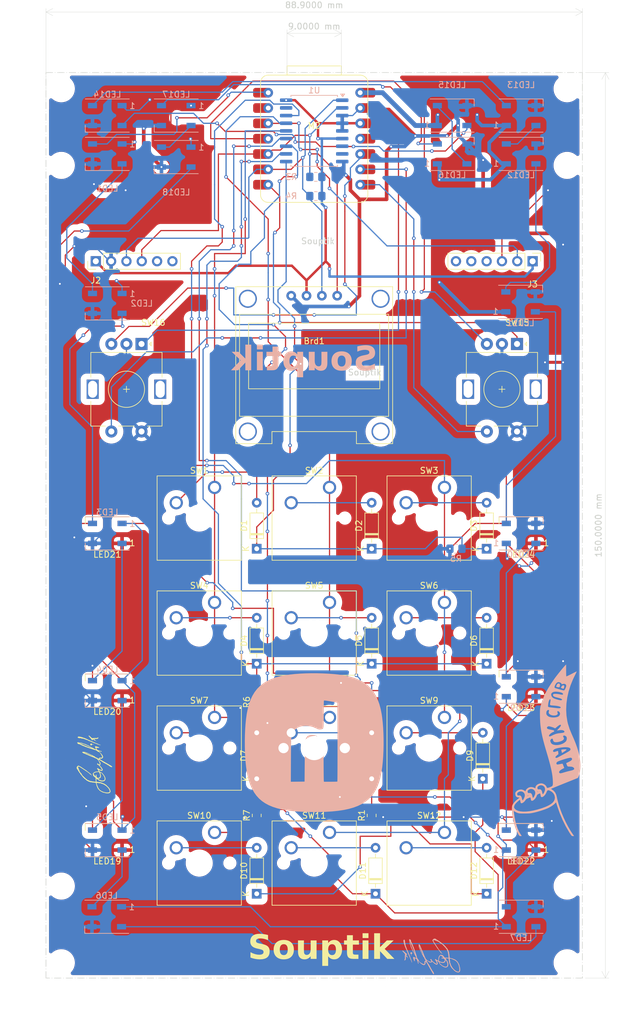
<source format=kicad_pcb>
(kicad_pcb (version 20240108) (generator "pcbnew") (generator_version "8.0")
  (layers (0 "F.Cu" signal) (31 "B.Cu" signal) (34 "B.Paste" user) (35 "F.Paste" user) (36 "B.SilkS" user "B.Silkscreen") (37 "F.SilkS" user "F.Silkscreen") (38 "B.Mask" user) (39 "F.Mask" user) (44 "Edge.Cuts" user))
  (net 0 "")
  (net 1 "GND")
  (net 2 "3.3V")
  (net 3 "SCL")
  (net 4 "SDA")
  (net 5 "Net-(D1-A)")
  (net 6 "R0")
  (net 7 "Net-(D2-A)")
  (net 8 "Net-(D3-A)")
  (net 9 "Net-(D4-A)")
  (net 10 "R1")
  (net 11 "Net-(D5-A)")
  (net 12 "Net-(D6-A)")
  (net 13 "Net-(D7-A)")
  (net 14 "R2")
  (net 15 "R3")
  (net 16 "Net-(D8-A)")
  (net 17 "Net-(D9-A)")
  (net 18 "Net-(D10-A)")
  (net 19 "Net-(D11-A)")
  (net 20 "Net-(D12-A)")
  (net 21 "5V")
  (net 22 "D2")
  (net 25 "RGB")
  (net 26 "Net-(LED1-DOUT)")
  (net 27 "Net-(LED2-DOUT)")
  (net 28 "Net-(LED3-DOUT)")
  (net 29 "DOUT0")
  (net 30 "Net-(LED5-DOUT)")
  (net 31 "Net-(LED6-DOUT)")
  (net 32 "Net-(LED7-DOUT)")
  (net 33 "DOUT1")
  (net 34 "Net-(LED10-DIN)")
  (net 35 "Net-(LED10-DOUT)")
  (net 36 "Net-(LED11-DOUT)")
  (net 37 "DOUT1-1")
  (net 38 "Net-(LED13-DOUT)")
  (net 39 "Net-(LED14-DOUT)")
  (net 40 "Net-(LED15-DOUT)")
  (net 41 "DOUT2")
  (net 42 "Net-(LED17-DOUT)")
  (net 43 "Net-(LED18-DOUT)")
  (net 44 "Net-(LED19-DOUT)")
  (net 45 "DOUT2-1")
  (net 46 "Net-(LED21-DOUT)")
  (net 47 "Net-(LED22-DOUT)")
  (net 48 "Net-(LED23-DOUT)")
  (net 50 "ENC_SW")
  (net 52 "ENC_B1")
  (net 53 "ENC_A1")
  (net 54 "ENC_B")
  (net 55 "ENC_A")
  (net 56 "ENC_SW1")
  (net 58 "C0")
  (net 59 "C1")
  (net 60 "C2")
  (footprint "" (layer "F.Cu") (at 168.91 55.88)
    (property "Reference" "")
    (property "Value" "")
  )
  (footprint "" (layer "F.Cu") (at 168.91 43.18)
    (property "Reference" "")
    (property "Value" "")
  )
  (footprint "Connector_PinHeader_2.54mm:PinHeader_1x06_P2.54mm_Vertical" (layer "F.Cu") (at 163.195 71.755 -90)
    (property "Reference" "J3")
    (property "Value" "DHT11")
  )
  (footprint "Button_Switch_Keyboard:SW_Cherry_MX_1.00u_PCB" (layer "F.Cu") (at 110.49 166.37)
    (property "Reference" "SW10")
    (property "Value" "SW_Push_45deg")
  )
  (footprint "LED_SMD:LED_WS2812B_PLCC4_5.0x5.0mm_P3.2mm" (layer "F.Cu") (at 161.29 116.84 180)
    (property "Reference" "LED24")
    (property "Value" "WS2812B")
  )
  (footprint "Diode_THT:D_DO-35_SOD27_P7.62mm_Horizontal" (layer "F.Cu") (at 117.475 157.48 90)
    (property "Reference" "D7")
    (property "Value" "D")
  )
  (footprint "" (layer "F.Cu") (at 168.91 187.96 180)
    (property "Reference" "")
    (property "Value" "")
  )
  (footprint "Resistor_SMD:R_0805_2012Metric_Pad1.20x1.40mm_HandSolder" (layer "F.Cu") (at 136.525 163.56 90)
    (property "Reference" "R1")
    (property "Value" "10K")
  )
  (footprint "Button_Switch_Keyboard:SW_Cherry_MX_1.00u_PCB" (layer "F.Cu") (at 148.59 109.22)
    (property "Reference" "SW3")
    (property "Value" "SW_Push_45deg")
  )
  (footprint "Connector_PinHeader_2.54mm:PinHeader_1x06_P2.54mm_Vertical" (layer "F.Cu") (at 90.805 71.755 90)
    (property "Reference" "J2")
    (property "Value" "VL53L0X ")
  )
  (footprint "" (layer "F.Cu") (at 85.09 187.96 180)
    (property "Reference" "")
    (property "Value" "")
  )
  (footprint "LED_SMD:LED_WS2812B_PLCC4_5.0x5.0mm_P3.2mm" (layer "F.Cu") (at 161.29 142.24 180)
    (property "Reference" "LED23")
    (property "Value" "WS2812B")
  )
  (footprint "Button_Switch_Keyboard:SW_Cherry_MX_1.00u_PCB" (layer "F.Cu") (at 129.54 128.27)
    (property "Reference" "SW5")
    (property "Value" "SW_Push_45deg")
  )
  (footprint "RP2040:RP2040" (layer "F.Cu") (at 118.11 62.008)
    (property "Reference" "M2")
    (property "Value" "MOUDLE-SEEEDUINO-XIAO")
  )
  (footprint "" (layer "F.Cu") (at 85.09 175.26 180)
    (property "Reference" "")
    (property "Value" "")
  )
  (footprint "LED_SMD:LED_WS2812B_PLCC4_5.0x5.0mm_P3.2mm" (layer "F.Cu") (at 161.29 167.64 180)
    (property "Reference" "LED22")
    (property "Value" "WS2812B")
  )
  (footprint "LED_SMD:LED_WS2812B_PLCC4_5.0x5.0mm_P3.2mm" (layer "F.Cu") (at 92.71 167.64 180)
    (property "Reference" "LED19")
    (property "Value" "WS2812B")
  )
  (footprint "Diode_THT:D_DO-35_SOD27_P7.62mm_Horizontal" (layer "F.Cu") (at 155.575 138.43 90)
    (property "Reference" "D6")
    (property "Value" "D")
  )
  (footprint "Diode_THT:D_DO-35_SOD27_P7.62mm_Horizontal" (layer "F.Cu") (at 154.94 157.48 90)
    (property "Reference" "D9")
    (property "Value" "D")
  )
  (footprint "Diode_THT:D_DO-35_SOD27_P7.62mm_Horizontal" (layer "F.Cu") (at 155.575 119.38 90)
    (property "Reference" "D3")
    (property "Value" "D")
  )
  (footprint "Diode_THT:D_DO-35_SOD27_P7.62mm_Horizontal" (layer "F.Cu") (at 117.475 176.53 90)
    (property "Reference" "D10")
    (property "Value" "D")
  )
  (footprint "LED_SMD:LED_WS2812B_PLCC4_5.0x5.0mm_P3.2mm" (layer "F.Cu") (at 92.71 142.875 180)
    (property "Reference" "LED20")
    (property "Value" "WS2812B")
  )
  (footprint "screen:SSD1306_0.96_Oled" (layer "F.Cu") (at 114 101.97)
    (property "Reference" "Brd1")
    (property "Value" "SSD1306")
  )
  (footprint "Resistor_SMD:R_0805_2012Metric_Pad1.20x1.40mm_HandSolder" (layer "F.Cu") (at 117.475 163.56 90)
    (property "Reference" "R7")
    (property "Value" "10K")
  )
  (footprint "Button_Switch_Keyboard:SW_Cherry_MX_1.00u_PCB" (layer "F.Cu") (at 129.54 109.22)
    (property "Reference" "SW2")
    (property "Value" "SW_Push_45deg")
  )
  (footprint "Rotary_Encoder:RotaryEncoder_Alps_EC11E-Switch_Vertical_H20mm" (layer "F.Cu") (at 98.385 85.46 -90)
    (property "Reference" "SW16")
    (property "Value" "RotaryEncoder_Switch")
  )
  (footprint "Button_Switch_Keyboard:SW_Cherry_MX_1.00u_PCB" (layer "F.Cu") (at 129.54 147.32)
    (property "Reference" "SW8")
    (property "Value" "SW_Push_45deg")
  )
  (footprint "LED_SMD:LED_WS2812B_PLCC4_5.0x5.0mm_P3.2mm" (layer "F.Cu") (at 92.71 116.84 180)
    (property "Reference" "LED21")
    (property "Value" "WS2812B")
  )
  (footprint "Button_Switch_Keyboard:SW_Cherry_MX_1.00u_PCB" (layer "F.Cu") (at 129.54 166.37)
    (property "Reference" "SW11")
    (property "Value" "SW_Push_45deg")
  )
  (footprint "Button_Switch_Keyboard:SW_Cherry_MX_1.00u_PCB" (layer "F.Cu") (at 148.59 128.27)
    (property "Reference" "SW6")
    (property "Value" "SW_Push_45deg")
  )
  (footprint "Diode_THT:D_DO-35_SOD27_P7.62mm_Horizontal" (layer "F.Cu") (at 136.525 157.48 90)
    (property "Reference" "D8")
    (property "Value" "D")
  )
  (footprint "Diode_THT:D_DO-35_SOD27_P7.62mm_Horizontal" (layer "F.Cu") (at 117.475 138.43 90)
    (property "Reference" "D4")
    (property "Value" "D")
  )
  (footprint "Button_Switch_Keyboard:SW_Cherry_MX_1.00u_PCB" (layer "F.Cu") (at 148.59 147.32)
    (property "Reference" "SW9")
    (property "Value" "SW_Push_45deg")
  )
  (footprint "Button_Switch_Keyboard:SW_Cherry_MX_1.00u_PCB" (layer "F.Cu") (at 148.59 166.37)
    (property "Reference" "SW12")
    (property "Value" "SW_Push_45deg")
  )
  (footprint "" (layer "F.Cu") (at 168.91 175.26 180)
    (property "Reference" "")
    (property "Value" "")
  )
  (footprint "Diode_THT:D_DO-35_SOD27_P7.62mm_Horizontal" (layer "F.Cu") (at 117.475 119.38 90)
    (property "Reference" "D1")
    (property "Value" "D")
  )
  (footprint "Button_Switch_Keyboard:SW_Cherry_MX_1.00u_PCB" (layer "F.Cu") (at 110.49 109.22)
    (property "Reference" "SW1")
    (property "Value" "SW_Push_45deg")
  )
  (footprint "Button_Switch_Keyboard:SW_Cherry_MX_1.00u_PCB" (layer "F.Cu") (at 110.49 128.27)
    (property "Reference" "SW4")
    (property "Value" "SW_Push_45deg")
  )
  (footprint "Diode_THT:D_DO-35_SOD27_P7.62mm_Horizontal" (layer "F.Cu") (at 155.575 176.53 90)
    (property "Reference" "D12")
    (property "Value" "D")
  )
  (footprint "Diode_THT:D_DO-35_SOD27_P7.62mm_Horizontal" (layer "F.Cu") (at 136.525 119.38 90)
    (property "Reference" "D2")
    (property "Value" "D")
  )
  (footprint "Resistor_SMD:R_0805_2012Metric_Pad1.20x1.40mm_HandSolder" (layer "F.Cu") (at 117.475 144.78 90)
    (property "Reference" "R6")
    (property "Value" "10K")
  )
  (footprint "Rotary_Encoder:RotaryEncoder_Alps_EC11E-Switch_Vertical_H20mm" (layer "F.Cu") (at 160.615 85.46 -90)
    (property "Reference" "SW15")
    (property "Value" "RotaryEncoder_Switch")
  )
  (footprint "kilibimg:souptikSign" (layer "F.Cu") (at 90.75 153.25 90)
    (property "Reference" "G***" (hide yes))
    (property "Value" "LOGO" (hide yes))
  )
  (footprint "" (layer "F.Cu") (at 85.09 43.18)
    (property "Reference" "")
    (property "Value" "")
  )
  (footprint "Diode_THT:D_DO-35_SOD27_P7.62mm_Horizontal" (layer "F.Cu") (at 136.525 138.43 90)
    (property "Reference" "D5")
    (property "Value" "D")
  )
  (footprint "" (layer "F.Cu") (at 85.09 55.88)
    (property "Reference" "")
    (property "Value" "")
  )
  (footprint "Button_Switch_Keyboard:SW_Cherry_MX_1.00u_PCB" (layer "F.Cu") (at 110.49 147.32)
    (property "Reference" "SW7")
    (property "Value" "SW_Push_45deg")
  )
  (footprint "Diode_THT:D_DO-35_SOD27_P7.62mm_Horizontal" (layer "F.Cu") (at 137.16 176.53 90)
    (property "Reference" "D11")
    (property "Value" "D")
  )
  (footprint "LED_SMD:LED_WS2812B_PLCC4_5.0x5.0mm_P3.2mm" (layer "B.Cu") (at 92.62 180.34 180)
    (property "Reference" "LED6")
    (property "Value" "WS2812B")
  )
  (footprint "Package_SO:SOIC-18W_7.5x11.6mm_P1.27mm" (layer "B.Cu") (at 127 50.165 180)
    (property "Reference" "U1")
    (property "Value" "MCP23008-xSO")
  )
  (footprint "LED_SMD:LED_WS2812B_PLCC4_5.0x5.0mm_P3.2mm" (layer "B.Cu") (at 149.86 47.625)
    (property "Reference" "LED15")
    (property "Value" "WS2812B")
  )
  (footprint "LED_SMD:LED_WS2812B_PLCC4_5.0x5.0mm_P3.2mm" (layer "B.Cu") (at 92.71 78.74 180)
    (property "Reference" "LED2")
    (property "Value" "WS2812B")
  )
  (footprint "LED_SMD:LED_WS2812B_PLCC4_5.0x5.0mm_P3.2mm" (layer "B.Cu") (at 104.14 54.5 180)
    (property "Reference" "LED18")
    (property "Value" "WS2812B")
  )
  (footprint "LED_SMD:LED_WS2812B_PLCC4_5.0x5.0mm_P3.2mm" (layer "B.Cu") (at 92.71 116.84 180)
    (property "Reference" "LED3")
    (property "Value" "WS2812B")
  )
  (footprint "LED_SMD:LED_WS2812B_PLCC4_5.0x5.0mm_P3.2mm" (layer "B.Cu") (at 161.29 142.24)
    (property "Reference" "LED9")
    (property "Value" "WS2812B")
  )
  (footprint "LED_SMD:LED_WS2812B_PLCC4_5.0x5.0mm_P3.2mm" (layer "B.Cu") (at 161.29 167.64)
    (property "Reference" "LED8")
    (property "Value" "WS2812B")
  )
  (footprint "Resistor_SMD:R_0805_2012Metric_Pad1.20x1.40mm_HandSolder" (layer "B.Cu") (at 150.495 119.38)
    (property "Reference" "R5")
    (property "Value" "10K")
  )
  (footprint "kilibimg:Hackclub_logo" (layer "B.Cu") (at 127 151.5 180)
    (property "Reference" "G***" (hide yes))
    (property "Value" "LOGO" (hide yes))
  )
  (footprint "kilibimg:souptikSign" (layer "B.Cu") (at 144.548474 187.078387 180)
    (property "Reference" "G***" (hide yes))
    (property "Value" "LOGO" (hide yes))
  )
  (footprint "LED_SMD:LED_WS2812B_PLCC4_5.0x5.0mm_P3.2mm" (layer "B.Cu") (at 161.29 116.84)
    (property "Reference" "LED10")
    (property "Value" "WS2812B")
  )
  (footprint "Resistor_SMD:R_0805_2012Metric_Pad1.20x1.40mm_HandSolder" (layer "B.Cu") (at 127.27 57.785 180)
    (property "Reference" "R3")
    (property "Value" "4.7K")
  )
  (footprint "LED_SMD:LED_WS2812B_PLCC4_5.0x5.0mm_P3.2mm" (layer "B.Cu") (at 92.71 142.875 180)
    (property "Reference" "LED4")
    (property "Value" "WS2812B")
  )
  (footprint "LED_SMD:LED_WS2812B_PLCC4_5.0x5.0mm_P3.2mm" (layer "B.Cu") (at 161.29 180.34)
    (property "Reference" "LED7")
    (property "Value" "WS2812B")
  )
  (footprint "LED_SMD:LED_WS2812B_PLCC4_5.0x5.0mm_P3.2mm" (layer "B.Cu") (at 92.71 53.975 180)
    (property "Reference" "LED1")
    (property "Value" "WS2812B")
  )
  (footprint "LED_SMD:LED_WS2812B_PLCC4_5.0x5.0mm_P3.2mm" (layer "B.Cu") (at 161.2 78.485)
    (property "Reference" "LED11")
    (property "Value" "WS2812B")
  )
  (footprint "LED_SMD:LED_WS2812B_PLCC4_5.0x5.0mm_P3.2mm" (layer "B.Cu") (at 161.29 53.975)
    (property "Reference" "LED12")
    (property "Value" "WS2812B")
  )
  (footprint "LED_SMD:LED_WS2812B_PLCC4_5.0x5.0mm_P3.2mm" (layer "B.Cu") (at 104.14 47.625 180)
    (property "Reference" "LED17")
    (property "Value" "WS2812B")
  )
  (footprint "kilibimg:HackclubFlag" (layer "B.Cu") (at 165.5 152.75 90)
    (property "Reference" "G***" (hide yes))
    (property "Value" "LOGO" (hide yes))
  )
  (footprint "LED_SMD:LED_WS2812B_PLCC4_5.0x5.0mm_P3.2mm" (layer "B.Cu") (at 92.71 47.625 180)
    (property "Reference" "LED14")
    (property "Value" "WS2812B")
  )
  (footprint "Resistor_SMD:R_0805_2012Metric_Pad1.20x1.40mm_HandSolder" (layer "B.Cu") (at 127.27 60.96 180)
    (property "Reference" "R4")
    (property "Value" "4.7K")
  )
  (footprint "LED_SMD:LED_WS2812B_PLCC4_5.0x5.0mm_P3.2mm" (layer "B.Cu") (at 149.86 53.975)
    (property "Reference" "LED16")
    (property "Value" "WS2812B")
  )
  (footprint "LED_SMD:LED_WS2812B_PLCC4_5.0x5.0mm_P3.2mm" (layer "B.Cu") (at 92.71 167.64 180)
    (property "Reference" "LED5")
    (property "Value" "WS2812B")
  )
  (footprint "LED_SMD:LED_WS2812B_PLCC4_5.0x5.0mm_P3.2mm" (layer "B.Cu") (at 161.29 47.625)
    (property "Reference" "LED13")
    (property "Value" "WS2812B")
  )
  (gr_rect (start 82.55 40.5) (end 171.45 190.5) (stroke (width 0.1) (type dash_dot)) (fill none) (layer "Edge.Cuts"))
  (gr_text "Souptik" (at 137.5 90.5 -0) (layer "B.SilkS") (effects (font (size 4 4)) (justify left bottom mirror)))
  (gr_text "Souptik" (at 116 188 0) (layer "F.SilkS") (effects (font (size 4 4)) (justify left bottom)))
  (gr_text "Souptik\n" (at 124.75 69 0) (layer "Edge.Cuts") (effects (font (size 1 1)) (justify left bottom)))
  (gr_text "Souptik\n" (at 132.5 90.75 0) (layer "Edge.Cuts") (effects (font (size 1 1)) (justify left bottom)))
  (dimension (type aligned) (layer "Edge.Cuts") (pts (xy 122.5 40.926) (xy 131.5 40.926)) (height -6.926) (gr_text "9.0000 mm" (at 127 32.85 0) (layer "Edge.Cuts") (effects (font (size 1 1) (thickness 0.15)))) (format (prefix "") (suffix "") (units 3) (units_format 1) (precision 4)) (style (thickness 0.05) (arrow_length 1.27) (text_position_mode 0) (extension_height 0.58642) (extension_offset 0.5) keep_text_aligned))
  (dimension (type aligned) (layer "Edge.Cuts") (pts (xy 82.55 46.99) (xy 171.45 46.99)) (height -16.51) (gr_text "88.9000 mm" (at 127 29.33 0) (layer "Edge.Cuts") (effects (font (size 1 1) (thickness 0.15)))) (format (prefix "") (suffix "") (units 3) (units_format 1) (precision 4)) (style (thickness 0.05) (arrow_length 1.27) (text_position_mode 0) (extension_height 0.58642) (extension_offset 0.5) keep_text_aligned))
  (dimension (type aligned) (layer "Edge.Cuts") (pts (xy 171.45 40.5) (xy 171.45 190.5)) (height -3.81) (gr_text "150.0000 mm" (at 174.11 115.5 90) (layer "Edge.Cuts") (effects (font (size 1 1) (thickness 0.15)))) (format (prefix "") (suffix "") (units 3) (units_format 1) (precision 4)) (style (thickness 0.05) (arrow_length 1.27) (text_position_mode 0) (extension_height 0.58642) (extension_offset 0.5) keep_text_aligned))
  (segment (start 98.75 53.21) (end 101.69 56.15) (width 0.6) (layer "F.Cu") (net 1))
  (segment (start 158.115 163.83) (end 160.02 163.83) (width 0.2) (layer "F.Cu") (net 1))
  (segment (start 90.26 163.09) (end 89.21 162.04) (width 0.2) (layer "F.Cu") (net 1))
  (segment (start 132.25 57.5) (end 133 58.25) (width 0.6) (layer "F.Cu") (net 1))
  (segment (start 133 58.25) (end 133 60) (width 0.6) (layer "F.Cu") (net 1))
  (segment (start 157.615 67.135) (end 158.115 67.635) (width 0.6) (layer "F.Cu") (net 1))
  (segment (start 158.115 67.635) (end 165.5 60.25) (width 0.2) (layer "F.Cu") (net 1))
  (segment (start 91.52 60) (end 95.75 60) (width 0.6) (layer "F.Cu") (net 1))
  (segment (start 139 61.5) (end 139 53.5) (width 0.6) (layer "F.Cu") (net 1))
  (segment (start 90.26 138.76) (end 90.26 141.225) (width 0.2) (layer "F.Cu") (net 1))
  (segment (start 85.75 74.6) (end 84.85 75.5) (width 0.2) (layer "F.Cu") (net 1))
  (segment (start 166.385 67.135) (end 168.25 69) (width 0.6) (layer "F.Cu") (net 1))
  (segment (start 114.78 145.78) (end 114.75 145.75) (width 0.2) (layer "F.Cu") (net 1))
  (segment (start 139.377 46.627) (end 143.75 51) (width 0.6) (layer "F.Cu") (net 1))
  (segment (start 157.615 67.135) (end 166.385 67.135) (width 0.6) (layer "F.Cu") (net 1))
  (segment (start 165.735 163.83) (end 166.37 164.465) (width 0.2) (layer "F.Cu") (net 1))
  (segment (start 149 51) (end 150.75 49.25) (width 0.6) (layer "F.Cu") (net 1))
  (segment (start 158.115 163.83) (end 158.84 164.555) (width 0.2) (layer "F.Cu") (net 1))
  (segment (start 87.25 69.25) (end 85.75 70.75) (width 0.2) (layer "F.Cu") (net 1))
  (segment (start 87.25 115.19) (end 90.26 115.19) (width 0.2) (layer "F.Cu") (net 1))
  (segment (start 117.475 145.78) (end 114.78 145.78) (width 0.2) (layer "F.Cu") (net 1))
  (segment (start 165.25 88.5) (end 168.25 88.5) (width 0.5) (layer "F.Cu") (net 1))
  (segment (start 116.06 164.56) (end 117.475 164.56) (width 0.2) (layer "F.Cu") (net 1))
  (segment (start 98.75 49.75) (end 98.75 53.21) (width 0.6) (layer "F.Cu") (net 1))
  (segment (start 158.84 164.555) (end 158.84 165.99) (width 0.2) (layer "F.Cu") (net 1))
  (segment (start 153.685 115.19) (end 149.495 119.38) (width 0.2) (layer "F.Cu") (net 1))
  (segment (start 155 55) (end 155 64.52) (width 0.6) (layer "F.Cu") (net 1))
  (segment (start 90.25 138.75) (end 90.26 138.76) (width 0.2) (layer "F.Cu") (net 1))
  (segment (start 146.685 163.83) (end 151.765 163.83) (width 0.2) (layer "F.Cu") (net 1))
  (segment (start 158.84 101.735) (end 160.615 99.96) (width 0.2) (layer "F.Cu") (net 1))
  (segment (start 115.5 164) (end 116.06 164.56) (width 0.2) (layer "F.Cu") (net 1))
  (segment (start 134.5 61.5) (end 134.5 77.5) (width 0.6) (layer "F.Cu") (net 1))
  (segment (start 87.25 117.5) (end 87.25 115.19) (width 0.2) (layer "F.Cu") (net 1))
  (segment (start 134.5 77.5) (end 132.75 79.25) (width 0.6) (layer "F.Cu") (net 1))
  (segment (start 165.5 60.25) (end 165.75 60) (width 0.2) (layer "F.Cu") (net 1))
  (segment (start 85.75 70.75) (end 85.75 74.6) (width 0.2) (layer "F.Cu") (net 1))
  (segment (start 134.8675 46.627) (end 139.377 46.627) (width 0.6) (layer "F.Cu") (net 1))
  (segment (start 158.84 139.91) (end 160.75 138) (width 0.2) (layer "F.Cu") (net 1))
  (segment (start 137.7 164.56) (end 138.43 163.83) (width 0.2) (layer "F.Cu") (net 1))
  (segment (start 158.115 71.755) (end 158.115 67.635) (width 0.2) (layer "F.Cu") (net 1))
  (segment (start 150.75 49.25) (end 150.85 49.25) (width 0.6) (layer "F.Cu") (net 1))
  (segment (start 133 60) (end 134.5 61.5) (width 0.6) (layer "F.Cu") (net 1))
  (segment (start 155 64.52) (end 157.615 67.135) (width 0.6) (layer "F.Cu") (net 1))
  (segment (start 90.5 58.98) (end 91.52 60) (width 0.6) (layer "F.Cu") (net 1))
  (segment (start 134.5 61.5) (end 136.25 61.5) (width 0.6) (layer "F.Cu") (net 1))
  (segment (start 158.84 115.19) (end 158.84 101.735) (width 0.2) (layer "F.Cu") (net 1))
  (segment (start 136.25 61.5) (end 139 61.5) (width 0.6) (layer "F.Cu") (net 1))
  (segment (start 158.84 115.19) (end 153.685 115.19) (width 0.2) (layer "F.Cu") (net 1))
  (segment (start 158.84 140.59) (end 158.84 139.91) (width 0.2) (layer "F.Cu") (net 1))
  (segment (start 160.02 163.83) (end 165.735 163.83) (width 0.2) (layer "F.Cu") (net 1))
  (segment (start 136.525 164.56) (end 137.7 164.56) (width 0.2) (layer "F.Cu") (net 1))
  (segment (start 139 53.5) (end 139.75 52.75) (width 0.6) (layer "F.Cu") (net 1))
  (segment (start 90.26 165.99) (end 90.26 163.09) (width 0.2) (layer "F.Cu") (net 1))
  (via (at 168.25 138) (size 0.6) (drill 0.3) (layers "F.Cu" "B.Cu") (net 1))
  (via (at 150.85 49.25) (size 0.6) (drill 0.3) (layers "F.Cu" "B.Cu") (net 1))
  (via (at 90.25 138.75) (size 0.6) (drill 0.3) (layers "F.Cu" "B.Cu") (net 1))
  (via (at 132.75 79.25) (size 0.6) (drill 0.3) (layers "F.Cu" "B.Cu") (net 1))
  (via (at 155 55) (size 0.6) (drill 0.3) (layers "F.Cu" "B.Cu") (net 1))
  (via (at 114.75 145.75) (size 0.6) (drill 0.3) (layers "F.Cu" "B.Cu") (net 1))
  (via (at 168.25 88.5) (size 0.6) (drill 0.3) (layers "F.Cu" "B.Cu") (net 1))
  (via (at 89.21 162.04) (size 0.6) (drill 0.3) (layers "F.Cu" "B.Cu") (net 1))
  (via (at 166.37 164.465) (size 0.6) (drill 0.3) (layers "F.Cu" "B.Cu") (net 1))
  (via (at 158.115 163.83) (size 0.6) (drill 0.3) (layers "F.Cu" "B.Cu") (net 1))
  (via (at 87.25 69.25) (size 0.6) (drill 0.3) (layers "F.Cu" "B.Cu") (net 1))
  (via (at 160.75 138) (size 0.6) (drill 0.3) (layers "F.Cu" "B.Cu") (net 1))
  (via (at 151.765 163.83) (size 0.6) (drill 0.3) (layers "F.Cu" "B.Cu") (net 1))
  (via (at 146.685 163.83) (size 0.6) (drill 0.3) (layers "F.Cu" "B.Cu") (net 1))
  (via (at 165.25 88.5) (size 0.6) (drill 0.3) (layers "F.Cu" "B.Cu") (net 1))
  (via (at 98.75 49.75) (size 0.6) (drill 0.3) (layers "F.Cu" "B.Cu") (net 1))
  (via (at 84.85 75.5) (size 0.6) (drill 0.3) (layers "F.Cu" "B.Cu") (net 1))
  (via (at 90.5 58.98) (size 0.6) (drill 0.3) (layers "F.Cu" "B.Cu") (net 1))
  (via (at 165.75 60) (size 0.6) (drill 0.3) (layers "F.Cu" "B.Cu") (net 1))
  (via (at 95.75 60) (size 0.6) (drill 0.3) (layers "F.Cu" "B.Cu") (net 1))
  (via (at 149 51) (size 0.6) (drill 0.3) (layers "F.Cu" "B.Cu") (net 1))
  (via (at 139.75 52.75) (size 0.6) (drill 0.3) (layers "F.Cu" "B.Cu") (net 1))
  (via (at 168.25 69) (size 0.6) (drill 0.3) (layers "F.Cu" "B.Cu") (net 1))
  (via (at 115.5 164) (size 0.6) (drill 0.3) (layers "F.Cu" "B.Cu") (net 1))
  (via (at 101.69 56.15) (size 0.6) (drill 0.3) (layers "F.Cu" "B.Cu") (net 1))
  (via (at 138.43 163.83) (size 0.6) (drill 0.3) (layers "F.Cu" "B.Cu") (net 1))
  (via (at 143.75 51) (size 0.6) (drill 0.3) (layers "F.Cu" "B.Cu") (net 1))
  (via (at 149.495 119.38) (size 0.6) (drill 0.3) (layers "F.Cu" "B.Cu") (net 1))
  (via (at 87.25 117.5) (size 0.6) (drill 0.3) (layers "F.Cu" "B.Cu") (net 1))
  (via (at 132.25 57.5) (size 0.6) (drill 0.3) (layers "F.Cu" "B.Cu") (net 1))
  (segment (start 86.75 51.25) (end 86.75 53.5) (width 0.6) (layer "B.Cu") (net 1))
  (segment (start 166.25 187.5) (end 89.25 187.5) (width 0.6) (layer "B.Cu") (net 1))
  (segment (start 86.75 168.5) (end 87.54 169.29) (width 0.2) (layer "B.Cu") (net 1))
  (segment (start 166.25 182) (end 166.25 187.5) (width 0.6) (layer "B.Cu") (net 1))
  (segment (start 158.75 88.5) (end 165.25 88.5) (width 0.5) (layer "B.Cu") (net 1))
  (segment (start 90.26 134.24) (end 87.75 136.75) (width 0.2) (layer "B.Cu") (net 1))
  (segment (start 90.5 58.98) (end 90.26 58.74) (width 0.6) (layer "B.Cu") (net 1))
  (segment (start 168.25 69) (end 168.25 88.5) (width 0.6) (layer "B.Cu") (net 1))
  (segment (start 93 105.345) (end 98.385 99.96) (width 0.2) (layer "B.Cu") (net 1))
  (segment (start 165.575 52.325) (end 163.74 52.325) (width 0.2) (layer "B.Cu") (net 1))
  (segment (start 101.69 56.15) (end 99.6 56.15) (width 0.6) (layer "B.Cu") (net 1))
  (segment (start 124.97 79.25) (end 123.19 77.47) (width 0.6) (layer "B.Cu") (net 1))
  (segment (start 152.56 46.225) (end 151.025 46.225) (width 0.6) (layer "B.Cu") (net 1))
  (segment (start 166.37 165.735) (end 166.115 165.99) (width 0.2) (layer "B.Cu") (net 1))
  (segment (start 166.37 164.465) (end 166.37 165.735) (width 0.2) (layer "B.Cu") (net 1))
  (segment (start 168.25 179.25) (end 168.25 180) (width 0.6) (layer "B.Cu") (net 1))
  (segment (start 170 146) (end 170 167.75) (width 0.6) (layer "B.Cu") (net 1))
  (segment (start 87.75 136.75) (end 87.75 142.015) (width 0.2) (layer "B.Cu") (net 1))
  (segment (start 151.025 46.225) (end 150.5 46.75) (width 0.6) (layer "B.Cu") (net 1))
  (segment (start 85 183.25) (end 85 180) (width 0.6) (layer "B.Cu") (net 1))
  (segment (start 90.26 118.49) (end 93 115.75) (width 0.2) (layer "B.Cu") (net 1))
  (segment (start 150.85 48.35) (end 150.85 49.25) (width 0.6) (layer "B.Cu") (net 1))
  (segment (start 90.26 118.49) (end 90.26 134.24) (width 0.2) (layer "B.Cu") (net 1))
  (segment (start 88.875 55.625) (end 90.26 55.625) (width 0.6) (layer "B.Cu") (net 1))
  (segment (start 158.115 85.46) (end 158.115 87.865) (width 0.5) (layer "B.Cu") (net 1))
  (segment (start 132 57.25) (end 132.25 57.5) (width 0.6) (layer "B.Cu") (net 1))
  (segment (start 88.52 58.98) (end 90.5 58.98) (width 0.6) (layer "B.Cu") (net 1))
  (segment (start 168.25 144.25) (end 170 146) (width 0.6) (layer "B.Cu") (net 1))
  (segment (start 158.115 87.865) (end 158.75 88.5) (width 0.5) (layer "B.Cu") (net 1))
  (segment (start 84.75 62.75) (end 88.52 58.98) (width 0.6) (layer "B.Cu") (net 1))
  (segment (start 165.5 172.25) (end 165.5 176.5) (width 0.6) (layer "B.Cu") (net 1))
  (segment (start 88.725 49.275) (end 86.75 51.25) (width 0.6) (layer "B.Cu") (net 1))
  (segment (start 90.26 58.74) (end 90.26 55.625) (width 0.6) (layer "B.Cu") (net 1))
  (segment (start 93.345 72.425) (end 93.345 71.995) (width 0.2) (layer "B.Cu") (net 1))
  (segment (start 85 180) (end 89.5 175.5) (width 0.6) (layer "B.Cu") (net 1))
  (segment (start 87.25 117.5) (end 87.25 118.49) (width 0.2) (layer "B.Cu") (net 1))
  (segment (start 156.845 163.83) (end 158.115 163.83) (width 0.2) (layer "B.Cu") (net 1))
  (segment (start 131.9 57.15) (end 132 57.25) (width 0.6) (layer "B.Cu") (net 1))
  (segment (start 95.885 85.46) (end 95.885 86.995) (width 0.2) (layer "B.Cu") (net 1))
  (segment (start 114.75 163.25) (end 115.5 164) (width 0.2) (layer "B.Cu") (net 1))
  (segment (start 89.21 162.04) (end 86.75 164.5) (width 0.2) (layer "B.Cu") (net 1))
  (segment (start 90.26 138.74) (end 90.25 138.75) (width 0.2) (layer "B.Cu") (net 1))
  (segment (start 87.25 118.49) (end 90.26 118.49) (width 0.2) (layer "B.Cu") (net 1))
  (segment (start 160.75 138) (end 168.25 138) (width 0.2) (layer "B.Cu") (net 1))
  (segment (start 99.6 56.15) (end 95.75 60) (width 0.6) (layer "B.Cu") (net 1))
  (segment (start 87.54 169.29) (end 90.26 169.29) (width 0.2) (layer "B.Cu") (net 1))
  (segment (start 90.26 88.9) (end 90.26 80.39) (width 0.2) (layer "B.Cu") (net 1))
  (segment (start 101.69 49.275) (end 99.225 49.275) (width 0.6) (layer "B.Cu") (net 1))
  (segment (start 150.5 46.75) (end 150.5 48) (width 0.6) (layer "B.Cu") (net 1))
  (segment (start 165.75 52.5) (end 165.575 52.325) (width 0.2) (layer "B.Cu") (net 1))
  (segment (start 87.75 142.015) (end 90.26 144.525) (width 0.2) (layer "B.Cu") (net 1))
  (segment (start 131.65 47.625) (end 133.3695 47.625) (width 0.2) (layer "B.Cu") (net 1))
  (segment (start 151.765 163.83) (end 156.845 163.83) (width 0.2) (layer "B.Cu") (net 1))
  (segment (start 150.85 50.865) (end 151.7425 51.7575) (width 0.6) (layer "B.Cu") (net 1))
  (segment (start 168.25 138) (end 168.25 144.25) (width 0.6) (layer "B.Cu") (net 1))
  (segment (start 89.21 145.575) (end 89.21 162.04) (width 0.2) (layer "B.Cu") (net 1))
  (segment (start 89.5 175) (end 84.75 170.25) (width 0.6) (layer "B.Cu") (net 1))
  (segment (start 99.225 49.275) (end 98.75 49.75) (width 0.6) (layer "B.Cu") (net 1))
  (segment (start 139.75 52.75) (end 142 52.75) (width 0.6) (layer "B.Cu") (net 1))
  (segment (start 166.115 165.99) (end 163.74 165.99) (width 0.2) (layer "B.Cu") (net 1))
  (segment (start 138.43 163.83) (end 146.685 163.83) (width 0.2) (layer "B.Cu") (net 1))
  (segment (start 131.9 55.495) (end 131.9 57.15) (width 0.6) (layer "B.Cu") (net 1))
  (segment (start 168.25 180) (end 166.25 182) (width 0.6) (layer "B.Cu") (net 1))
  (segment (start 133.3695 47.625) (end 134.6175 46.377) (width 0.2) (layer "B.Cu") (net 1))
  (segment (start 150.85 49.25) (end 150.85 50.865) (width 0.6) (layer "B.Cu") (net 1))
  (segment (start 149 51) (end 143.75 51) (width 0.6) (layer "B.Cu") (net 1))
  (segment (start 89.5 175.5) (end 89.5 175) (width 0.6) (layer "B.Cu") (net 1))
  (segment (start 93.345 71.755) (end 93.345 72.425) (width 0.2) (layer "B.Cu") (net 1))
  (segment (start 86.75 164.5) (end 86.75 168.5) (width 0.2) (layer "B.Cu") (net 1))
  (segment (start 154.985 55) (end 155 55) (width 0.6) (layer "B.Cu") (net 1))
  (segment (start 93.98 88.9) (end 90.26 88.9) (width 0.2) (layer "B.Cu") (net 1))
  (segment (start 165.5 176.5) (end 168.25 179.25) (width 0.6) (layer "B.Cu") (net 1))
  (segment (start 131.65 47.625) (end 131.65 50.165) (width 0.2) (layer "B.Cu") (net 1))
  (segment (start 131.65 48.895) (end 131.65 50.165) (width 0.2) (layer "B.Cu") (net 1))
  (segment (start 93 115.75) (end 93 105.345) (width 0.2) (layer "B.Cu") (net 1))
  (segment (start 90.26 144.525) (end 89.21 145.575) (width 0.2) (layer "B.Cu") (net 1))
  (segment (start 90.26 49.275) (end 88.725 49.275) (width 0.6) (layer "B.Cu") (net 1))
  (segment (start 95.885 86.995) (end 93.98 88.9) (width 0.2) (layer "B.Cu") (net 1))
  (segment (start 93.345 71.995) (end 90.6 69.25) (width 0.2) (layer "B.Cu") (net 1))
  (segment (start 90.6 69.25) (end 87.25 69.25) (width 0.2) (layer "B.Cu") (net 1))
  (segment (start 86.75 53.5) (end 88.875 55.625) (width 0.6) (layer "B.Cu") (net 1))
  (segment (start 165.75 60) (end 165.75 52.5) (width 0.2) (layer "B.Cu") (net 1))
  (segment (start 90.26 118.49) (end 90.26 138.74) (width 0.2) (layer "B.Cu") (net 1))
  (segment (start 131.65 48.895) (end 131.65 47.625) (width 0.2) (layer "B.Cu") (net 1))
  (segment (start 84.75 170.25) (end 84.75 62.75) (width 0.6) (layer "B.Cu") (net 1))
  (segment (start 151.7425 51.7575) (end 154.985 55) (width 0.6) (layer "B.Cu") (net 1))
  (segment (start 150.5 48) (end 150.85 48.35) (width 0.6) (layer "B.Cu") (net 1))
  (segment (start 132.75 79.25) (end 124.97 79.25) (width 0.6) (layer "B.Cu") (net 1))
  (segment (start 142 52.75) (end 143.75 51) (width 0.6) (layer "B.Cu") (net 1))
  (segment (start 89.25 187.5) (end 85 183.25) (width 0.6) (layer "B.Cu") (net 1))
  (segment (start 170 167.75) (end 165.5 172.25) (width 0.6) (layer "B.Cu") (net 1))
  (segment (start 168.25 88.5) (end 168.25 138) (width 0.6) (layer "B.Cu") (net 1))
  (segment (start 114.75 145.75) (end 114.75 163.25) (width 0.2) (layer "B.Cu") (net 1))
  (segment (start 125.73 74.93) (end 123.3 72.5) (width 0.4) (layer "F.Cu") (net 2))
  (segment (start 128.905 71.755) (end 125.73 74.93) (width 0.4) (layer "F.Cu") (net 2))
  (segment (start 128.905 62.865) (end 128.905 71.755) (width 0.4) (layer "F.Cu") (net 2))
  (segment (start 112.777475 73.725) (end 92.775 73.725) (width 0.4) (layer "F.Cu") (net 2))
  (segment (start 127.635 51.435) (end 127.635 48.895) (width 0.4) (layer "F.Cu") (net 2))
  (segment (start 127.635 48.895) (end 134.5955 48.895) (width 0.4) (layer "F.Cu") (net 2))
  (segment (start 114.002475 72.5) (end 112.777475 73.725) (width 0.4) (layer "F.Cu") (net 2))
  (segment (start 123.3 72.5) (end 114.002475 72.5) (width 0.4) (layer "F.Cu") (net 2))
  (segment (start 125.73 74.93) (end 125.73 77.47) (width 0.4) (layer "F.Cu") (net 2))
  (segment (start 92.775 73.725) (end 90.805 71.755) (width 0.4) (layer "F.Cu") (net 2))
  (segment (start 128.905 71.755) (end 129.54 72.39) (width 0.4) (layer "F.Cu") (net 2))
  (segment (start 127.635 48.895) (end 123.825 45.085) (width 0.4) (layer "F.Cu") (net 2))
  (segment (start 134.5955 48.895) (end 134.6175 48.917) (width 0.4) (layer "F.Cu") (net 2))
  (segment (start 123.825 45.085) (end 122.35 45.085) (width 0.4) (layer "F.Cu") (net 2))
  (segment (start 129.54 72.39) (end 129.54 73.025) (width 0.4) (layer "F.Cu") (net 2))
  (via (at 127.635 51.435) (size 0.6) (drill 0.3) (layers "F.Cu" "B.Cu") (net 2))
  (via (at 128.905 62.865) (size 0.6) (drill 0.3) (layers "F.Cu" "B.Cu") (net 2))
  (via (at 129.54 73.025) (size 0.6) (drill 0.3) (layers "F.Cu" "B.Cu") (net 2))
  (via (at 122.35 45.085) (size 0.6) (drill 0.3) (layers "F.Cu" "B.Cu") (net 2))
  (segment (start 128.27 62.23) (end 128.905 62.865) (width 0.4) (layer "B.Cu") (net 2))
  (segment (start 128.27 60.96) (end 128.27 57.785) (width 0.4) (layer "B.Cu") (net 2))
  (segment (start 128.27 60.96) (end 128.27 62.23) (width 0.4) (layer "B.Cu") (net 2))
  (segment (start 127.635 51.435) (end 128.27 51.435) (width 0.4) (layer "B.Cu") (net 2))
  (segment (start 163.195 73.025) (end 163.195 71.755) (width 0.4) (layer "B.Cu") (net 2))
  (segment (start 129.54 73.025) (end 129.54 74.295) (width 0.4) (layer "B.Cu") (net 2))
  (segment (start 128.27 57.785) (end 128.27 51.435) (width 0.4) (layer "B.Cu") (net 2))
  (segment (start 161.925 74.295) (end 163.195 73.025) (width 0.4) (layer "B.Cu") (net 2))
  (segment (start 129.54 74.295) (end 161.925 74.295) (width 0.4) (layer "B.Cu") (net 2))
  (segment (start 128.27 51.435) (end 131.65 51.435) (width 0.4) (layer "B.Cu") (net 2))
  (segment (start 119.3825 56.537) (end 123.168 56.537) (width 0.2) (layer "F.Cu") (net 3))
  (segment (start 123.168 56.537) (end 125.095 54.61) (width 0.2) (layer "F.Cu") (net 3))
  (via (at 125.095 54.61) (size 0.6) (drill 0.3) (layers "F.Cu" "B.Cu") (net 3))
  (segment (start 95.885 71.755) (end 95.885 69.85) (width 0.2) (layer "B.Cu") (net 3))
  (segment (start 117.463 56.537) (end 119.3825 56.537) (width 0.2) (layer "B.Cu") (net 3))
  (segment (start 128.27 63.5) (end 128.27 77.47) (width 0.2) (layer "B.Cu") (net 3))
  (segment (start 116.055 67.945) (end 116.17 67.83) (width 0.2) (layer "B.Cu") (net 3))
  (segment (start 126.27 61.5) (end 128.27 63.5) (width 0.2) (layer "B.Cu") (net 3))
  (segment (start 116.17 57.83) (end 117.463 56.537) (width 0.2) (layer "B.Cu") (net 3))
  (segment (start 125.5 54.205) (end 125.5 49.76) (width 0.2) (layer "B.Cu") (net 3))
  (segment (start 125.095 59.785) (end 125.095 54.61) (width 0.2) (layer "B.Cu") (net 3))
  (segment (start 125.095 54.61) (end 125.5 54.205) (width 0.2) (layer "B.Cu") (net 3))
  (segment (start 126.27 60.96) (end 126.27 61.5) (width 0.2) (layer "B.Cu") (net 3))
  (segment (start 116.17 67.83) (end 116.17 57.83) (width 0.2) (layer "B.Cu") (net 3))
  (segment (start 126.27 60.96) (end 125.095 59.785) (width 0.2) (layer "B.Cu") (net 3))
  (segment (start 97.79 67.945) (end 116.055 67.945) (width 0.2) (layer "B.Cu") (net 3))
  (segment (start 130.175 45.085) (end 131.65 45.085) (width 0.2) (layer "B.Cu") (net 3))
  (segment (start 125.5 49.76) (end 130.175 45.085) (width 0.2) (layer "B.Cu") (net 3))
  (segment (start 95.885 69.85) (end 97.79 67.945) (width 0.2) (layer "B.Cu") (net 3))
  (segment (start 98.425 69.85) (end 101.6 66.675) (width 0.2) (layer "F.Cu") (net 4))
  (segment (start 126.27 53.975) (end 127.635 53.975) (width 0.2) (layer "F.Cu") (net 4))
  (segment (start 127.635 53.975) (end 130.81 57.15) (width 0.2) (layer "F.Cu") (net 4))
  (segment (start 111.125 66.675) (end 111.125 53.997) (width 0.2) (layer "F.Cu") (net 4))
  (segment (start 98.425 71.755) (end 98.425 69.85) (width 0.2) (layer "F.Cu") (net 4))
  (segment (start 121.41 53.34) (end 123.855 50.895) (width 0.2) (layer "F.Cu") (net 4))
  (segment (start 130.81 57.15) (end 130.81 77.47) (width 0.2) (layer "F.Cu") (net 4))
  (segment (start 101.6 66.675) (end 111.125 66.675) (width 0.2) (layer "F.Cu") (net 4))
  (segment (start 123.855 50.895) (end 126.27 50.895) (width 0.2) (layer "F.Cu") (net 4))
  (segment (start 120.0395 53.34) (end 121.41 53.34) (width 0.2) (layer "F.Cu") (net 4))
  (segment (start 111.125 53.997) (end 119.3825 53.997) (width 0.2) (layer "F.Cu") (net 4))
  (segment (start 119.3825 53.997) (end 120.0395 53.34) (width 0.2) (layer "F.Cu") (net 4))
  (via (at 126.27 50.895) (size 0.6) (drill 0.3) (layers "F.Cu" "B.Cu") (net 4))
  (via (at 126.27 53.975) (size 0.6) (drill 0.3) (layers "F.Cu" "B.Cu") (net 4))
  (segment (start 131.65 46.355) (end 130.81 46.355) (width 0.2) (layer "B.Cu") (net 4))
  (segment (start 126.27 53.975) (end 126.27 57.785) (width 0.2) (layer "B.Cu") (net 4))
  (segment (start 126.27 50.895) (end 126.27 57.785) (width 0.2) (layer "B.Cu") (net 4))
  (segment (start 130.81 46.355) (end 126.27 50.895) (width 0.2) (layer "B.Cu") (net 4))
  (segment (start 111.76 106.68) (end 117.475 106.68) (width 0.2) (layer "F.Cu") (net 5))
  (segment (start 117.475 106.68) (end 117.475 111.76) (width 0.2) (layer "F.Cu") (net 5))
  (segment (start 104.14 111.76) (end 105.41 110.49) (width 0.2) (layer "F.Cu") (net 5))
  (segment (start 105.41 110.49) (end 109.22 106.68) (width 0.2) (layer "F.Cu") (net 5))
  (via (at 109.22 106.68) (size 0.6) (drill 0.3) (layers "F.Cu" "B.Cu") (net 5))
  (via (at 111.76 106.68) (size 0.6) (drill 0.3) (layers "F.Cu" "B.Cu") (net 5))
  (segment (start 109.22 106.68) (end 111.76 106.68) (width 0.2) (layer "B.Cu") (net 5))
  (segment (start 123.75 87.75) (end 124.75 88.75) (width 0.2) (layer "F.Cu") (net 6))
  (segment (start 120.25 113) (end 117.475 115.775) (width 0.2) (layer "F.Cu") (net 6))
  (segment (start 123 105.25) (end 120.25 108) (width 0.2) (layer "F.Cu") (net 6))
  (segment (start 117.475 115.775) (end 117.475 119.38) (width 0.2) (layer "F.Cu") (net 6))
  (segment (start 120.25 108) (end 120.25 113) (width 0.2) (layer "F.Cu") (net 6))
  (segment (start 123 102.25) (end 123 105.25) (width 0.2) (layer "F.Cu") (net 6))
  (segment (start 123.75 82.515) (end 123.75 87.75) (width 0.2) (layer "F.Cu") (net 6))
  (via (at 123.75 82.515) (size 0.6) (drill 0.3) (layers "F.Cu" "B.Cu") (net 6))
  (via (at 123 102.25) (size 0.6) (drill 0.3) (layers "F.Cu" "B.Cu") (net 6))
  (via (at 124.75 88.75) (size 0.6) (drill 0.3) (layers "F.Cu" "B.Cu") (net 6))
  (segment (start 151.495 117.475) (end 151.495 119.38) (width 0.2) (layer "B.Cu") (net 6))
  (segment (start 123.75 81.25) (end 123.75 82.515) (width 0.2) (layer "B.Cu") (net 6))
  (segment (start 122.25 79.75) (end 123.75 81.25) (width 0.2) (layer "B.Cu") (net 6))
  (segment (start 136.525 119.38) (end 145.415 119.38) (width 0.2) (layer "B.Cu") (net 6))
  (segment (start 123 90.5) (end 124.75 88.75) (width 0.2) (layer "B.Cu") (net 6))
  (segment (start 147.32 117.475) (end 151.495 117.475) (width 0.2) (layer "B.Cu") (net 6))
  (segment (start 123 102.25) (end 123 90.5) (width 0.2) (layer "B.Cu") (net 6))
  (segment (start 145.415 119.38) (end 147.32 117.475) (width 0.2) (layer "B.Cu") (net 6))
  (segment (start 117.475 119.38) (end 136.525 119.38) (width 0.2) (layer "B.Cu") (net 6))
  (segment (start 121 78.5) (end 122.25 79.75) (width 0.2) (layer "B.Cu") (net 6))
  (segment (start 122.35 75.15) (end 121 76.5) (width 0.2) (layer "B.Cu") (net 6))
  (segment (start 122.35 55.245) (end 122.35 75.15) (width 0.2) (layer "B.Cu") (net 6))
  (segment (start 151.495 119.38) (end 155.575 119.38) (width 0.2) (layer "B.Cu") (net 6))
  (segment (start 121 76.5) (end 121 78.5) (width 0.2) (layer "B.Cu") (net 6))
  (segment (start 123.19 111.76) (end 136.525 111.76) (width 0.2) (layer "B.Cu") (net 7))
  (segment (start 142.24 111.76) (end 155.575 111.76) (width 0.2) (layer "B.Cu") (net 8))
  (segment (start 113.03 130.81) (end 117.475 130.81) (width 0.2) (layer "F.Cu") (net 9))
  (via (at 113.03 130.81) (size 0.6) (drill 0.3) (layers "F.Cu" "B.Cu") (net 9))
  (segment (start 104.14 130.81) (end 113.03 130.81) (width 0.2) (layer "B.Cu") (net 9))
  (segment (start 114.935 138.43) (end 117.475 138.43) (width 0.2) (layer "F.Cu") (net 10))
  (segment (start 114.935 66.04) (end 114.935 69.215) (width 0.2) (layer "F.Cu") (net 10))
  (segment (start 109.22 81.28) (end 109.22 85.725) (width 0.2) (layer "F.Cu") (net 10))
  (segment (start 116.205 55.245) (end 114.935 55.245) (width 0.2) (layer "F.Cu") (net 10))
  (segment (start 114.935 136.525) (end 114.935 138.43) (width 0.2) (layer "F.Cu") (net 10))
  (segment (start 117.475 143.78) (end 117.475 138.43) (width 0.2) (layer "F.Cu") (net 10))
  (via (at 116.205 55.245) (size 0.6) (drill 0.3) (layers "F.Cu" "B.Cu") (net 10))
  (via (at 114.935 66.04) (size 0.6) (drill 0.3) (layers "F.Cu" "B.Cu") (net 10))
  (via (at 114.935 136.525) (size 0.6) (drill 0.3) (layers "F.Cu" "B.Cu") (net 10))
  (via (at 109.22 85.725) (size 0.6) (drill 0.3) (layers "F.Cu" "B.Cu") (net 10))
  (via (at 114.935 55.245) (size 0.6) (drill 0.3) (layers "F.Cu" "B.Cu") (net 10))
  (via (at 114.935 69.215) (size 0.6) (drill 0.3) (layers "F.Cu" "B.Cu") (net 10))
  (via (at 109.22 81.28) (size 0.6) (drill 0.3) (layers "F.Cu" "B.Cu") (net 10))
  (segment (start 114.935 55.245) (end 114.935 58.42) (width 0.2) (layer "B.Cu") (net 10))
  (segment (start 155.575 138.43) (end 136.525 138.43) (width 0.2) (layer "B.Cu") (net 10))
  (segment (start 109.22 76.2) (end 109.22 81.28) (width 0.2) (layer "B.Cu") (net 10))
  (segment (start 114.935 71.12) (end 114.3 71.755) (width 0.2) (layer "B.Cu") (net 10))
  (segment (start 114.3 71.755) (end 109.855 71.755) (width 0.2) (layer "B.Cu") (net 10))
  (segment (start 109.22 85.725) (end 108.585 86.36) (width 0.2) (layer "B.Cu") (net 10))
  (segment (start 111.125 125.095) (end 114.935 128.905) (width 0.2) (layer "B.Cu") (net 10))
  (segment (start 114.935 58.42) (end 114.935 66.04) (width 0.2) (layer "B.Cu") (net 10))
  (segment (start 109.22 72.39) (end 109.22 76.2) (width 0.2) (layer "B.Cu") (net 10))
  (segment (start 116.84 55.245) (end 116.205 55.245) (width 0.2) (layer "B.Cu") (net 10))
  (segment (start 111.125 113.665) (end 111.125 125.095) (width 0.2) (layer "B.Cu") (net 10))
  (segment (start 122.35 53.975) (end 121.300135 53.975) (width 0.2) (layer "B.Cu") (net 10))
  (segment (start 121.300135 53.975) (end 120.030135 55.245) (width 0.2) (layer "B.Cu") (net 10))
  (segment (start 136.525 138.43) (end 117.475 138.43) (width 0.2) (layer "B.Cu") (net 10))
  (segment (start 114.935 69.215) (end 114.935 71.12) (width 0.2) (layer "B.Cu") (net 10))
  (segment (start 120.030135 55.245) (end 116.84 55.245) (width 0.2) (layer "B.Cu") (net 10))
  (segment (start 109.855 71.755) (end 109.22 72.39) (width 0.2) (layer "B.Cu") (net 10))
  (segment (start 108.585 86.36) (end 108.585 111.125) (width 0.2) (layer "B.Cu") (net 10))
  (segment (start 108.585 111.125) (end 111.125 113.665) (width 0.2) (layer "B.Cu") (net 10))
  (segment (start 114.935 128.905) (end 114.935 136.525) (width 0.2) (layer "B.Cu") (net 10))
  (segment (start 131.445 130.81) (end 136.525 130.81) (width 0.2) (layer "F.Cu") (net 11))
  (via (at 131.445 130.81) (size 0.6) (drill 0.3) (layers "F.Cu" "B.Cu") (net 11))
  (segment (start 123.19 130.81) (end 131.445 130.81) (width 0.2) (layer "B.Cu") (net 11))
  (segment (start 142.24 130.81) (end 155.575 130.81) (width 0.2) (layer "F.Cu") (net 12))
  (segment (start 104.14 149.86) (end 117.475 149.86) (width 0.2) (layer "F.Cu") (net 13))
  (segment (start 118.78 106.28) (end 118.78 89.72) (width 0.2) (layer "F.Cu") (net 14))
  (segment (start 122 57.75) (end 124 57.75) (width 0.2) (layer "F.Cu") (net 14))
  (segment (start 117.475 157.48) (end 117.475 162.56) (width 0.2) (layer "F.Cu") (net 14))
  (segment (start 117.475 162.56) (end 121.92 162.56) (width 0.2) (layer "F.Cu") (net 14))
  (segment (start 119.25 128) (end 119.25 116.5) (width 0.2) (layer "F.Cu") (net 14))
  (segment (start 130.175 173.355) (end 133.35 176.53) (width 0.2) (layer "F.Cu") (net 14))
  (segment (start 126.365 167.005) (end 130.175 170.815) (width 0.2) (layer "F.Cu") (net 14))
  (segment (start 121.25 58.5) (end 122 57.75) (width 0.2) (layer "F.Cu") (net 14))
  (segment (start 133.35 176.53) (end 137.16 176.53) (width 0.2) (layer "F.Cu") (net 14))
  (segment (start 157.48 173.355) (end 157.48 179.705) (width 0.2) (layer "F.Cu") (net 14))
  (segment (start 119.25 110.25) (end 119.25 106.75) (width 0.2) (layer "F.Cu") (net 14))
  (segment (start 121.92 162.56) (end 122.555 163.195) (width 0.2) (layer "F.Cu") (net 14))
  (segment (start 119.23 157.48) (end 119.25 157.5) (width 0.2) (layer "F.Cu") (net 14))
  (segment (start 119.25 140) (end 119.25 133.75) (width 0.2) (layer "F.Cu") (net 14))
  (segment (start 119.25 106.75) (end 118.78 106.28) (width 0.2) (layer "F.Cu") (net 14))
  (segment (start 122.25 84.25) (end 120.25 82.25) (width 0.2) (layer "F.Cu") (net 14))
  (segment (start 130.175 170.815) (end 130.175 173.355) (width 0.2) (layer "F.Cu") (net 14))
  (segment (start 153.67 166.37) (end 153.67 169.545) (width 0.2) (layer "F.Cu") (net 14))
  (segment (start 117.475 157.48) (end 119.23 157.48) (width 0.2) (layer "F.Cu") (net 14))
  (segment (start 118.78 89.72) (end 120 88.5) (width 0.2) (layer "F.Cu") (net 14))
  (segment (start 119.25 157.5) (end 119.25 148.25) (width 0.2) (layer "F.Cu") (net 14))
  (segment (start 140.335 179.705) (end 137.16 176.53) (width 0.2) (layer "F.Cu") (net 14))
  (segment (start 154.94 157.48) (end 154.94 165.1) (width 0.2) (layer "F.Cu") (net 14))
  (segment (start 122.25 86.25) (end 122.25 84.25) (width 0.2) (layer "F.Cu") (net 14))
  (segment (start 153.67 169.545) (end 157.48 173.355) (width 0.2) (layer "F.Cu") (net 14))
  (segment (start 157.48 179.705) (end 140.335 179.705) (width 0.2) (layer "F.Cu") (net 14))
  (segment (start 154.94 165.1) (end 153.67 166.37) (width 0.2) (layer "F.Cu") (net 14))
  (via (at 124 57.75) (size 0.6) (drill 0.3) (layers "F.Cu" "B.Cu") (net 14))
  (via (at 119.25 140) (size 0.6) (drill 0.3) (layers "F.Cu" "B.Cu") (net 14))
  (via (at 119.25 133.75) (size 0.6) (drill 0.3) (layers "F.Cu" "B.Cu") (net 14))
  (via (at 122.25 86.25) (size 0.6) (drill 0.3) (layers "F.Cu" "B.Cu") (net 14))
  (via (at 120 88.5) (size 0.6) (drill 0.3) (layers "F.Cu" "B.Cu") (net 14))
  (via (at 126.365 167.005) (size 0.6) (drill 0.3) (layers "F.Cu" "B.Cu") (net 14))
  (via (at 119.25 128) (size 0.6) (drill 0.3) (layers "F.Cu" "B.Cu") (net 14))
  (via (at 121.25 58.5) (size 0.6) (drill 0.3) (layers "F.Cu" "B.Cu") (net 14))
  (via (at 122.555 163.195) (size 0.6) (drill 0.3) (layers "F.Cu" "B.Cu") (net 14))
  (via (at 120.25 82.25) (size 0.6) (drill 0.3) (layers "F.Cu" "B.Cu") (net 14))
  (via (at 119.25 110.25) (size 0.6) (drill 0.3) (layers "F.Cu" "B.Cu") (net 14))
  (via (at 119.25 116.5) (size 0.6) (drill 0.3) (layers "F.Cu" "B.Cu") (net 14))
  (via (at 119.25 148.25) (size 0.6) (drill 0.3) (layers "F.Cu" "B.Cu") (net 14))
  (segment (start 119.25 148.25) (end 119.25 140) (width 0.2) (layer "B.Cu") (net 14))
  (segment (start 114.5 72.25) (end 116.5 72.25) (width 0.2) (layer "B.Cu") (net 14))
  (segment (start 118.75 67.901471) (end 118.75 63.5) (width 0.2) (layer "B.Cu") (net 14))
  (segment (start 117.75 82.25) (end 113.75 82.25) (width 0.2) (layer "B.Cu") (net 14))
  (segment (start 113 81.5) (end 111.25 79.75) (width 0.2) (layer "B.Cu") (net 14))
  (segment (start 122.555 163.195) (end 125.73 166.37) (width 0.2) (layer "B.Cu") (net 14))
  (segment (start 116.5 72.25) (end 116.5 70.151471) (width 0.2) (layer "B.Cu") (net 14))
  (segment (start 121.25 61) (end 121.25 58.5) (width 0.2) (layer "B.Cu") (net 14))
  (segment (start 124 57.75) (end 124.25 57.5) (width 0.2) (layer "B.Cu") (net 14))
  (segment (start 113.75 82.25) (end 113 81.5) (width 0.2) (layer "B.Cu") (net 14))
  (segment (start 111.25 79.75) (end 111.25 75.5) (width 0.2) (layer "B.Cu") (net 14))
  (segment (start 120.25 82.25) (end 117.75 82.25) (width 0.2) (layer "B.Cu") (net 14))
  (segment (start 118.75 63.5) (end 121.25 61) (width 0.2) (layer "B.Cu") (net 14))
  (segment (start 125.73 166.37) (end 126.365 167.005) (width 0.2) (layer "B.Cu") (net 14))
  (segment (start 124.25 57.5) (end 124.25 53.580001) (width 0.2) (layer "B.Cu") (net 14))
  (segment (start 124.25 53.580001) (end 123.374999 52.705) (width 0.2) (layer "B.Cu") (net 14))
  (segment (start 119.25 116.5) (end 119.25 110.25) (width 0.2) (layer "B.Cu") (net 14))
  (segment (start 120 88.5) (end 122.25 86.25) (width 0.2) (layer "B.Cu") (net 14))
  (segment (start 119.25 133.75) (end 119.25 128) (width 0.2) (layer "B.Cu") (net 14))
  (segment (start 116.5 70.151471) (end 118.75 67.901471) (width 0.2) (layer "B.Cu") (net 14))
  (segment (start 111.25 75.5) (end 114.5 72.25) (width 0.2) (layer "B.Cu") (net 14))
  (segment (start 123.374999 52.705) (end 122.35 52.705) (width 0.2) (layer "B.Cu") (net 14))
  (segment (start 136.525 162.56) (end 136.525 157.48) (width 0.2) (layer "F.Cu") (net 15))
  (segment (start 107.95 81.28) (end 107.95 104.775) (width 0.2) (layer "F.Cu") (net 15))
  (segment (start 153.035 168.275) (end 153.035 176.53) (width 0.2) (layer "F.Cu") (net 15))
  (segment (start 139.7 162.56) (end 140.483402 162.56) (width 0.2) (layer "F.Cu") (net 15))
  (segment (start 134.62 172.085) (end 134.62 167.005) (width 0.2) (layer "F.Cu") (net 15))
  (segment (start 113.665 66.675) (end 113.665 69.215) (width 0.2) (layer "F.Cu") (net 15))
  (segment (start 134.62 167.005) (end 139.7 167.005) (width 0.2) (layer "F.Cu") (net 15))
  (segment (start 153.035 176.53) (end 155.575 176.53) (width 0.2) (layer "F.Cu") (net 15))
  (segment (start 140.483402 162.56) (end 146.198402 168.275) (width 0.2) (layer "F.Cu") (net 15))
  (segment (start 107.95 104.775) (end 109.22 104.775) (width 0.2) (layer "F.Cu") (net 15))
  (segment (start 146.198402 168.275) (end 153.035 168.275) (width 0.2) (layer "F.Cu") (net 15))
  (segment (start 133.985 133.35) (end 133.985 140.335) (width 0.2) (layer "F.Cu") (net 15))
  (segment (start 116.205 52.705) (end 113.665 52.705) (width 0.2) (layer "F.Cu") (net 15))
  (segment (start 136.525 162.56) (end 140.483402 162.56) (width 0.2) (layer "F.Cu") (net 15))
  (segment (start 139.7 167.005) (end 139.7 162.56) (width 0.2) (layer "F.Cu") (net 15))
  (via (at 109.22 104.775) (size 0.6) (drill 0.3) (layers "F.Cu" "B.Cu") (net 15))
  (via (at 113.665 52.705) (size 0.6) (drill 0.3) (layers "F.Cu" "B.Cu") (net 15))
  (via (at 133.985 133.35) (size 0.6) (drill 0.3) (layers "F.Cu" "B.Cu") (net 15))
  (via (at 116.205 52.705) (size 0.6) (drill 0.3) (layers "F.Cu" "B.Cu") (net 15))
  (via (at 107.95 81.28) (size 0.6) (drill 0.3) (layers "F.Cu" "B.Cu") (net 15))
  (via (at 134.62 172.085) (size 0.6) (drill 0.3) (layers "F.Cu" "B.Cu") (net 15))
  (via (at 133.985 140.335) (size 0.6) (drill 0.3) (layers "F.Cu" "B.Cu") (net 15))
  (via (at 113.665 66.675) (size 0.6) (drill 0.3) (layers "F.Cu" "B.Cu") (net 15))
  (via (at 113.665 69.215) (size 0.6) (drill 0.3) (layers "F.Cu" "B.Cu") (net 15))
  (segment (start 122.35 51.435) (end 121.285 51.435) (width 0.2) (layer "B.Cu") (net 15))
  (segment (start 112.395 104.775) (end 114.935 107.315) (width 0.2) (layer "B.Cu") (net 15))
  (segment (start 113.665 69.215) (end 113.03 69.85) (width 0.2) (layer "B.Cu") (net 15))
  (segment (start 114.935 107.315) (end 114.935 111.125) (width 0.2) (layer "B.Cu") (net 15))
  (segment (start 133.985 140.335) (end 134.62 140.97) (width 0.2) (layer "B.Cu") (net 15))
  (segment (start 113.03 69.85) (end 109.855 69.85) (width 0.2) (layer "B.Cu") (net 15))
  (segment (start 133.985 126.365) (end 133.985 133.35) (width 0.2) (layer "B.Cu") (net 15))
  (segment (start 114.935 111.125) (end 114.935 118.745) (width 0.2) (layer "B.Cu") (net 15))
  (segment (start 114.935 126.365) (end 120.65 126.365) (width 0.2) (layer "B.Cu") (net 15))
  (segment (start 121.285 51.435) (end 120.65 52.07) (width 0.2) (layer "B.Cu") (net 15))
  (segment (start 134.62 140.97) (end 134.62 155.575) (width 0.2) (layer "B.Cu") (net 15))
  (segment (start 120.015 52.705) (end 116.205 52.705) (width 0.2) (layer "B.Cu") (net 15))
  (segment (start 134.62 155.575) (end 136.525 157.48) (width 0.2) (layer "B.Cu") (net 15))
  (segment (start 114.935 118.745) (end 114.935 126.365) (width 0.2) (layer "B.Cu") (net 15))
  (segment (start 120.65 52.07) (end 120.015 52.705) (width 0.2) (layer "B.Cu") (net 15))
  (segment (start 130.175 176.53) (end 134.62 172.085) (width 0.2) (layer "B.Cu") (net 15))
  (segment (start 117.475 176.53) (end 130.175 176.53) (width 0.2) (layer "B.Cu") (net 15))
  (segment (start 113.665 52.705) (end 113.665 66.675) (width 0.2) (layer "B.Cu") (net 15))
  (segment (start 120.65 126.365) (end 133.985 126.365) (width 0.2) (layer "B.Cu") (net 15))
  (segment (start 107.95 71.755) (end 107.95 81.28) (width 0.2) (layer "B.Cu") (net 15))
  (segment (start 109.22 104.775) (end 112.395 104.775) (width 0.2) (layer "B.Cu") (net 15))
  (segment (start 109.855 69.85) (end 107.95 71.755) (width 0.2) (layer "B.Cu") (net 15))
  (segment (start 131.445 141.605) (end 136.525 141.605) (width 0.2) (layer "F.Cu") (net 16))
  (via (at 131.445 141.605) (size 0.6) (drill 0.3) (layers "F.Cu" "B.Cu") (net 16))
  (via (at 136.525 141.605) (size 0.6) (drill 0.3) (layers "F.Cu" "B.Cu") (net 16))
  (segment (start 131.445 149.86) (end 131.445 141.605) (width 0.2) (layer "B.Cu") (net 16))
  (segment (start 123.19 149.86) (end 131.445 149.86) (width 0.2) (layer "B.Cu") (net 16))
  (segment (start 136.525 141.605) (end 136.525 149.86) (width 0.2) (layer "B.Cu") (net 16))
  (segment (start 142.24 149.86) (end 154.94 149.86) (width 0.2) (layer "F.Cu") (net 17))
  (segment (start 117.475 168.91) (end 104.14 168.91) (width 0.2) (layer "B.Cu") (net 18))
  (segment (start 123.19 168.91) (end 137.16 168.91) (width 0.2) (layer "B.Cu") (net 19))
  (segment (start 155.575 168.91) (end 142.24 168.91) (width 0.2) (layer "B.Cu") (net 20))
  (segment (start 158.115 146.05) (end 157.48 146.685) (width 0.2) (layer "F.Cu") (net 21))
  (segment (start 92.5 52.5) (end 92.5 53) (width 0.2) (layer "F.Cu") (net 21))
  (segment (start 103.25 47.200735) (end 104.475735 45.975) (width 0.2) (layer "F.Cu") (net 21))
  (segment (start 96.5 53.75) (end 97.5 54.75) (width 0.2) (layer "F.Cu") (net 21))
  (segment (start 97.5 54.75) (end 97.5 55.25) (width 0.2) (layer "F.Cu") (net 21))
  (segment (start 87.5 70.75) (end 87.5 71.5) (width 0.2) (layer "F.Cu") (net 21))
  (segment (start 90.5 67.75) (end 87.5 70.75) (width 0.2) (layer "F.Cu") (net 21))
  (segment (start 147.75 75.25) (end 147.75 58.25) (width 0.6) (layer "F.Cu") (net 21))
  (segment (start 99.75 45) (end 99.75 46.5) (width 0.2) (layer "F.Cu") (net 21))
  (segment (start 163.74 121.01) (end 163.74 118.49) (width 0.2) (layer "F.Cu") (net 21))
  (segment (start 95.16 147.16) (end 95.16 144.525) (width 0.2) (layer "F.Cu") (net 21))
  (segment (start 99.75 45) (end 105.615 45) (width 0.2) (layer "F.Cu") (net 21))
  (segment (start 97.25 49) (end 97.25 52) (width 0.2) (layer "F.Cu") (net 21))
  (segment (start 159 121) (end 160.25 122.25) (width 0.2) (layer "F.Cu") (net 21))
  (segment (start 97 162) (end 97 149) (width 0.2) (layer "F.Cu") (net 21))
  (segment (start 163 121.75) (end 163.74 121.01) (width 0.2) (layer "F.Cu") (net 21))
  (segment (start 162.09 167.64) (end 163.74 169.29) (width 0.2) (layer "F.Cu") (net 21))
  (segment (start 157.48 167.005) (end 158.115 167.64) (width 0.2) (layer "F.Cu") (net 21))
  (segment (start 97.75 48.5) (end 97.25 49) (width 0.2) (layer "F.Cu") (net 21))
  (segment (start 103.25 51.5) (end 103.25 47.200735) (width 0.2) (layer "F.Cu") (net 21))
  (segment (start 105.615 45) (end 106.59 45.975) (width 0.2) (layer "F.Cu") (net 21))
  (segment (start 157.48 146.685) (end 157.48 167.005) (width 0.2) (layer "F.Cu") (net 21))
  (segment (start 160.25 122.25) (end 161 122.25) (width 0.2) (layer "F.Cu") (net 21))
  (segment (start 104.475735 45.975) (end 106.59 45.975) (width 0.2) (layer "F.Cu") (net 21))
  (segment (start 97.25 49) (end 96 49) (width 0.2) (layer "F.Cu") (net 21))
  (segment (start 106.5 51.5) (end 103.25 51.5) (width 0.2) (layer "F.Cu") (net 21))
  (segment (start 91 75) (end 94.25 75) (width 0.2) (layer "F.Cu") (net 21))
  (segment (start 87.5 71.5) (end 91 75) (width 0.2) (layer "F.Cu") (net 21))
  (segment (start 158.115 167.64) (end 162.09 167.64) (width 0.2) (layer "F.Cu") (net 21))
  (segment (start 97 149) (end 95.16 147.16) (width 0.2) (layer "F.Cu") (net 21))
  (segment (start 147.5 47.5) (end 154 47.5) (width 0.6) (layer "F.Cu") (net 21))
  (segment (start 96 49) (end 92.5 52.5) (width 0.2) (layer "F.Cu") (net 21))
  (segment (start 97.5 60.75) (end 90.5 67.75) (width 0.2) (layer "F.Cu") (net 21))
  (segment (start 92.5 53) (end 93.25 53.75) (width 0.2) (layer "F.Cu") (net 21))
  (segment (start 97.5 55.25) (end 97.5 60.75) (width 0.2) (layer "F.Cu") (net 21))
  (segment (start 99.75 46.5) (end 97.75 48.5) (width 0.2) (layer "F.Cu") (net 21))
  (segment (start 93.25 53.75) (end 96.5 53.75) (width 0.2) (layer "F.Cu") (net 21))
  (segment (start 95.25 163.75) (end 97 162) (width 0.2) (layer "F.Cu") (net 21))
  (via (at 157.48 167.005) (size 0.6) (drill 0.3) (layers "F.Cu" "B.Cu") (net 21))
  (via (at 94.25 75) (size 0.6) (drill 0.3) (layers "F.Cu" "B.Cu") (net 21))
  (via (at 163 121.75) (size 0.6) (drill 0.3) (layers "F.Cu" "B.Cu") (net 21))
  (via (at 99.75 45) (size 0.6) (drill 0.3) (layers "F.Cu" "B.Cu") (net 21))
  (via (at 106.5 51.5) (size 0.6) (drill 0.3) (layers "F.Cu" "B.Cu") (net 21))
  (via (at 97.25 52) (size 0.6) (drill 0.3) (layers "F.Cu" "B.Cu") (net 21))
  (via (at 95.25 163.75) (size 0.6) (drill 0.3) (layers "F.Cu" "B.Cu") (net 21))
  (via (at 159 121) (size 0.6) (drill 0.3) (layers "F.Cu" "B.Cu") (net 21))
  (via (at 154 47.5) (size 0.6) (drill 0.3) (layers "F.Cu" "B.Cu") (net 21))
  (via (at 147.5 47.5) (size 0.6) (drill 0.3) (layers "F.Cu" "B.Cu") (net 21))
  (via (at 158.115 146.05) (size 0.6) (drill 0.3) (layers "F.Cu" "B.Cu") (net 21))
  (via (at 106.59 45.975) (size 0.6) (drill 0.3) (layers "F.Cu" "B.Cu") (net 21))
  (via (at 147.75 58.25) (size 0.6) (drill 0.3) (layers "F.Cu" "B.Cu") (net 21))
  (via (at 147.75 75.25) (size 0.6) (drill 0.3) (layers "F.Cu" "B.Cu") (net 21))
  (via (at 161 122.25) (size 0.6) (drill 0.3) (layers "F.Cu" "B.Cu") (net 21))
  (segment (start 97.25 143.315) (end 97.25 163.9) (width 0.2) (layer "B.Cu") (net 21))
  (segment (start 98.5 137.885) (end 95.16 141.225) (width 0.2) (layer "B.Cu") (net 21))
  (segment (start 157.5 176.25) (end 157.5 180.65) (width 0.2) (layer "B.Cu") (net 21))
  (segment (start 152.635 80.135) (end 147.75 75.25) (width 0.6) (layer "B.Cu") (net 21))
  (segment (start 97.25 163.9) (end 95.16 165.99) (width 0.2) (layer "B.Cu") (net 21))
  (segment (start 158.125 55.625) (end 158.84 55.625) (width 0.6) (layer "B.Cu") (net 21))
  (segment (start 154.775 49.275) (end 158.84 49.275) (width 0.6) (layer "B.Cu") (net 21))
  (segment (start 162.5 122.25) (end 163 121.75) (width 0.2) (layer "B.Cu") (net 21))
  (segment (start 156 52.115) (end 156 53.5) (width 0.6) (layer "B.Cu") (net 21))
  (segment (start 158.84 168.365) (end 157.48 167.005) (width 0.2) (layer "B.Cu") (net 21))
  (segment (start 158.84 143.89) (end 158.84 145.325) (width 0.2) (layer "B.Cu") (net 21))
  (segment (start 95.16 163.84) (end 95.25 163.75) (width 0.2) (layer "B.Cu") (net 21))
  (segment (start 147.75 55.965) (end 147.41 55.625) (width 0.6) (layer "B.Cu") (net 21))
  (segment (start 95.16 115.19) (end 97.19 115.19) (width 0.2) (layer "B.Cu") (net 21))
  (segment (start 95.91 46.725) (end 98.025 46.725) (width 0.2) (layer "B.Cu") (net 21))
  (segment (start 158.84 181.99) (end 119.74 181.99) (width 0.2) (layer "B.Cu") (net 21))
  (segment (start 143.775 49.275) (end 138.337 43.837) (width 0.8) (layer "B.Cu") (net 21))
  (segment (start 154 47.5) (end 154 48.5) (width 0.6) (layer "B.Cu") (net 21))
  (segment (start 154 48.5) (end 154.775 49.275) (width 0.6) (layer "B.Cu") (net 21))
  (segment (start 156.215 58.25) (end 147.75 58.25) (width 0.6) (layer "B.Cu") (net 21))
  (segment (start 119.74 181.99) (end 116.44 178.69) (width 0.2) (layer "B.Cu") (net 21))
  (segment (start 158.84 169.29) (end 158.25 169.88) (width 0.2) (layer "B.Cu") (net 21))
  (segment (start 95.16 141.225) (end 97.25 143.315) (width 0.2) (layer "B.Cu") (net 21))
  (segment (start 158.84 49.275) (end 156 52.115) (width 0.6) (layer "B.Cu") (net 21))
  (segment (start 158.25 169.88) (end 158.25 175.5) (width 0.2) (layer "B.Cu") (net 21))
  (segment (start 96.925 52.325) (end 95.16 52.325) (width 0.2) (layer "B.Cu") (net 21))
  (segment (start 138.337 43.837) (end 134.6175 43.837) (width 0.8) (layer "B.Cu") (net 21))
  (segment (start 147.75 58.25) (end 147.75 55.965) (width 0.6) (layer "B.Cu") (net 21))
  (segment (start 158.75 80.135) (end 152.635 80.135) (width 0.6) (layer "B.Cu") (net 21))
  (segment (start 158.84 55.625) (end 156.215 58.25) (width 0.6) (layer "B.Cu") (net 21))
  (segment (start 106.59 51.59) (end 106.5 51.5) (width 0.2) (layer "B.Cu") (net 21))
  (segment (start 98.025 46.725) (end 99.75 45) (width 0.2) (layer "B.Cu") (net 21))
  (segment (start 158.84 169.29) (end 158.84 168.365) (width 0.2) (layer "B.Cu") (net 21))
  (segment (start 147.41 47.59) (end 147.41 49.275) (width 0.6) (layer "B.Cu") (net 21))
  (segment (start 98.5 116.5) (end 98.5 137.885) (width 0.2) (layer "B.Cu") (net 21))
  (segment (start 94.25 75) (end 95.16 75.91) (width 0.2) (layer "B.Cu") (net 21))
  (segment (start 95.16 75.91) (end 95.16 77.09) (width 0.2) (layer "B.Cu") (net 21))
  (segment (start 157.5 180.65) (end 158.84 181.99) (width 0.2) (layer "B.Cu") (net 21))
  (segment (start 161 122.25) (end 162.5 122.25) (width 0.2) (layer "B.Cu") (net 21))
  (segment (start 147.5 47.5) (end 147.41 47.59) (width 0.6) (layer "B.Cu") (net 21))
  (segment (start 158.25 175.5) (end 157.5 176.25) (width 0.2) (layer "B.Cu") (net 21))
  (segment (start 97.25 52) (end 96.925 52.325) (width 0.2) (layer "B.Cu") (net 21))
  (segment (start 156 53.5) (end 158.125 55.625) (width 0.6) (layer "B.Cu") (net 21))
  (segment (start 106.59 52.85) (end 106.59 51.59) (width 0.2) (layer "B.Cu") (net 21))
  (segment (start 158.84 118.49) (end 158.84 120.84) (width 0.2) (layer "B.Cu") (net 21))
  (segment (start 95.16 45.975) (end 95.91 46.725) (width 0.2) (layer "B.Cu") (net 21))
  (segment (start 147.41 49.275) (end 143.775 49.275) (width 0.8) (layer "B.Cu") (net 21))
  (segment (start 158.84 145.325) (end 158.115 146.05) (width 0.2) (layer "B.Cu") (net 21))
  (segment (start 95.16 165.99) (end 95.16 163.84) (width 0.2) (layer "B.Cu") (net 21))
  (segment (start 158.84 120.84) (end 159 121) (width 0.2) (layer "B.Cu") (net 21))
  (segment (start 97.19 115.19) (end 98.5 116.5) (width 0.2) (layer "B.Cu") (net 21))
  (segment (start 116.44 178.69) (end 95.07 178.69) (width 0.2) (layer "B.Cu") (net 21))
  (segment (start 127.5 55.25) (end 127.5 56.053529) (width 0.2) (layer "F.Cu") (net 22))
  (segment (start 124.46 48.895) (end 124.438 48.917) (width 0.2) (layer "F.Cu") (net 22))
  (segment (start 125.820506 53.249494) (end 124.750766 53.249494) (width 0.2) (layer "F.Cu") (net 22))
  (segment (start 127.5 53.25) (end 125.821012 53.25) (width 0.2) (layer "F.Cu") (net 22))
  (segment (start 127.5 56.053529) (end 129.54 58.093529) (width 0.2) (layer "F.Cu") (net 22))
  (segment (start 124.438 48.917) (end 119.3825 48.917) (width 0.2) (layer "F.Cu") (net 22))
  (segment (start 129.54 58.093529) (end 129.54 59.69) (width 0.2) (layer "F.Cu") (net 22))
  (segment (start 125.821012 53.25) (end 125.820506 53.249494) (width 0.2) (layer "F.Cu") (net 22))
  (via (at 124.750766 53.249494) (size 0.6) (drill 0.3) (layers "F.Cu" "B.Cu") (net 22))
  (via (at 127.5 53.25) (size 0.6) (drill 0.3) (layers "F.Cu" "B.Cu") (net 22))
  (via (at 127.5 55.25) (size 0.6) (drill 0.3) (layers "F.Cu" "B.Cu") (net 22))
  (via (at 129.54 59.69) (size 0.6) (drill 0.3) (layers "F.Cu" "B.Cu") (net 22))
  (via (at 124.46 48.895) (size 0.6) (drill 0.3) (layers "F.Cu" "B.Cu") (net 22))
  (segment (start 124.46 52.958728) (end 124.46 48.895) (width 0.2) (layer "B.Cu") (net 22))
  (segment (start 124.750766 53.249494) (end 124.46 52.958728) (width 0.2) (layer "B.Cu") (net 22))
  (segment (start 160.655 71.755) (end 160.655 69.85) (width 0.2) (layer "B.Cu") (net 22))
  (segment (start 160.655 69.85) (end 160.02 69.215) (width 0.2) (layer "B.Cu") (net 22))
  (segment (start 160.02 69.215) (end 141.605 69.215) (width 0.2) (layer "B.Cu") (net 22))
  (segment (start 127.5 55.25) (end 127.5 53.25) (width 0.2) (layer "B.Cu") (net 22))
  (segment (start 139.065 69.215) (end 129.54 59.69) (width 0.2) (layer "B.Cu") (net 22))
  (segment (start 141.605 69.215) (end 139.065 69.215) (width 0.2) (layer "B.Cu") (net 22))
  (segment (start 109.25 48) (end 104.25 48) (width 0.2) (layer "F.Cu") (net 25))
  (segment (start 112.75 44.5) (end 109.25 48) (width 0.2) (layer "F.Cu") (net 25))
  (segment (start 112.75 44.25) (end 112.75 44.5) (width 0.2) (layer "F.Cu") (net 25))
  (via (at 112.75 44.25) (size 0.6) (drill 0.3) (layers "F.Cu" "B.Cu") (net 25))
  (via (at 104.25 48) (size 0.6) (drill 0.3) (layers "F.Cu" "B.Cu") (net 25))
  (segment (start 113.25 43.75) (end 119.2955 43.75) (width 0.2) (layer "B.Cu") (net 25))
  (segment (start 112.75 44.25) (end 113.25 43.75) (width 0.2) (layer "B.Cu") (net 25))
  (segment (start 92.675 52.325) (end 94.25 50.75) (width 0.2) (layer "B.Cu") (net 25))
  (segment (start 98 50.75) (end 103.75 50.75) (width 0.2) (layer "B.Cu") (net 25))
  (segment (start 94.25 50.75) (end 98 50.75) (width 0.2) (layer "B.Cu") (net 25))
  (segment (start 104.25 48.5) (end 104.25 48) (width 0.2) (layer "B.Cu") (net 25))
  (segment (start 104.25 50.25) (end 104.25 48.5) (width 0.2) (layer "B.Cu") (net 25))
  (segment (start 90.26 52.325) (end 92.675 52.325) (width 0.2) (layer "B.Cu") (net 25))
  (segment (start 103.75 50.75) (end 104.25 50.25) (width 0.2) (layer "B.Cu") (net 25))
  (segment (start 119.2955 43.75) (end 119.3825 43.837) (width 0.2) (layer "B.Cu") (net 25))
  (segment (start 95.16 57.09) (end 95.16 55.625) (width 0.2) (layer "B.Cu") (net 26))
  (segment (start 86 71.25) (end 86 66.25) (width 0.2) (layer "B.Cu") (net 26))
  (segment (start 86 66.25) (end 95.16 57.09) (width 0.2) (layer "B.Cu") (net 26))
  (segment (start 90.26 75.51) (end 86 71.25) (width 0.2) (layer "B.Cu") (net 26))
  (segment (start 90.26 77.09) (end 90.26 75.51) (width 0.2) (layer "B.Cu") (net 26))
  (segment (start 90.25 82.5) (end 88.75 84) (width 0.2) (layer "F.Cu") (net 27))
  (segment (start 95.25 82.5) (end 90.25 82.5) (width 0.2) (layer "F.Cu") (net 27))
  (via (at 95.25 82.5) (size 0.6) (drill 0.3) (layers "F.Cu" "B.Cu") (net 27))
  (via (at 88.75 84) (size 0.6) (drill 0.3) (layers "F.Cu" "B.Cu") (net 27))
  (segment (start 86.5 86.25) (end 88.75 84) (width 0.2) (layer "B.Cu") (net 27))
  (segment (start 95.16 82.41) (end 95.16 80.39) (width 0.2) (layer "B.Cu") (net 27))
  (segment (start 86.5 95.5) (end 86.5 86.25) (width 0.2) (layer "B.Cu") (net 27))
  (segment (start 90.26 99.26) (end 86.5 95.5) (width 0.2) (layer "B.Cu") (net 27))
  (segment (start 90.26 115.19) (end 90.26 99.26) (width 0.2) (layer "B.Cu") (net 27))
  (segment (start 95.25 82.5) (end 95.16 82.41) (width 0.2) (layer "B.Cu") (net 27))
  (segment (start 95.16 118.49) (end 95.16 136.325) (width 0.2) (layer "B.Cu") (net 28))
  (segment (start 95.16 136.325) (end 90.26 141.225) (width 0.2) (layer "B.Cu") (net 28))
  (segment (start 95.16 161.09) (end 90.26 165.99) (width 0.2) (layer "B.Cu") (net 29))
  (segment (start 95.16 144.525) (end 95.16 161.09) (width 0.2) (layer "B.Cu") (net 29))
  (segment (start 95.16 169.29) (end 95.16 173.7) (width 0.2) (layer "B.Cu") (net 30))
  (segment (start 95.16 173.7) (end 90.17 178.69) (width 0.2) (layer "B.Cu") (net 30))
  (segment (start 162.56 184.785) (end 163.74 183.605) (width 0.2) (layer "B.Cu") (net 31))
  (segment (start 120.015 184.785) (end 162.56 184.785) (width 0.2) (layer "B.Cu") (net 31))
  (segment (start 117.22 181.99) (end 120.015 184.785) (width 0.2) (layer "B.Cu") (net 31))
  (segment (start 95.07 181.99) (end 117.22 181.99) (width 0.2) (layer "B.Cu") (net 31))
  (segment (start 163.74 183.605) (end 163.74 181.99) (width 0.2) (layer "B.Cu") (net 31))
  (segment (start 158.84 174.19) (end 163.74 169.29) (width 0.2) (layer "B.Cu") (net 32))
  (segment (start 158.84 178.69) (end 158.84 174.19) (width 0.2) (layer "B.Cu") (net 32))
  (segment (start 158.84 148.79) (end 163.74 143.89) (width 0.2) (layer "B.Cu") (net 33))
  (segment (start 158.84 165.99) (end 158.84 148.79) (width 0.2) (layer "B.Cu") (net 33))
  (segment (start 158.84 140.59) (end 158.84 123.39) (width 0.2) (layer "B.Cu") (net 34))
  (segment (start 158.84 123.39) (end 163.74 118.49) (width 0.2) (layer "B.Cu") (net 34))
  (segment (start 158.84 115.19) (end 158.84 108.91) (width 0.2) (layer "B.Cu") (net 35))
  (segment (start 158.84 108.91) (end 167 100.75) (width 0.2) (layer "B.Cu") (net 35))
  (segment (start 166.885 80.135) (end 163.65 80.135) (width 0.2) (layer "B.Cu") (net 35))
  (segment (start 167 100.75) (end 167 80.25) (width 0.2) (layer "B.Cu") (net 35))
  (segment (start 167 80.25) (end 166.885 80.135) (width 0.2) (layer "B.Cu") (net 35))
  (segment (start 158.75 76) (end 158.75 76.835) (width 0.2) (layer "B.Cu") (net 36))
  (segment (start 166 72.75) (end 163.5 75.25) (width 0.2) (layer "B.Cu") (net 36))
  (segment (start 159.5 75.25) (end 158.75 76) (width 0.2) (layer "B.Cu") (net 36))
  (segment (start 163.74 55.625) (end 163.74 66.74) (width 0.2) (layer "B.Cu") (net 36))
  (segment (start 163.5 75.25) (end 159.5 75.25) (width 0.2) (layer "B.Cu") (net 36))
  (segment (start 163.74 66.74) (end 166 69) (width 0.2) (layer "B.Cu") (net 36))
  (segment (start 166 69) (end 166 72.75) (width 0.2) (layer "B.Cu") (net 36))
  (segment (start 160.69 52.325) (end 163.74 49.275) (width 0.2) (layer "B.Cu") (net 37))
  (segment (start 158.84 52.325) (end 160.69 52.325) (width 0.2) (layer "B.Cu") (net 37))
  (segment (start 90.26 45.975) (end 92.485 43.75) (width 0.2) (layer "B.Cu") (net 38))
  (segment (start 154.865 42) (end 158.84 45.975) (width 0.2) (layer "B.Cu") (net 38))
  (segment (start 111.75 43.75) (end 113.5 42) (width 0.2) (layer "B.Cu") (net 38))
  (segment (start 113.5 42) (end 154.865 42) (width 0.2) (layer "B.Cu") (net 38))
  (segment (start 92.485 43.75) (end 111.75 43.75) (width 0.2) (layer "B.Cu") (net 38))
  (segment (start 120.235 50.25) (end 115.5 50.25) (width 0.2) (layer "F.Cu") (net 39))
  (segment (start 120.75 50.765) (end 120.235 50.25) (width 0.2) (layer "F.Cu") (net 39))
  (segment (start 115.5 50.25) (end 112.25 50.25) (width 0.2) (layer "F.Cu") (net 39))
  (segment (start 148.75 53.5) (end 147.25 53.5) (width 0.2) (layer "F.Cu") (net 39))
  (segment (start 128.75 52.75) (end 128 52.75) (width 0.2) (layer "F.Cu") (net 39))
  (segment (start 127.25 52) (end 123.86 52) (width 0.2) (layer "F.Cu") (net 39))
  (segment (start 128 52.75) (end 127.25 52) (width 0.2) (layer "F.Cu") (net 39))
  (segment (start 147.25 53.5) (end 146.5 53.5) (width 0.2) (layer "F.Cu") (net 39))
  (segment (start 112.25 50.25) (end 110.903235 48.903235) (width 0.2) (layer "F.Cu") (net 39))
  (segment (start 151.75 50.5) (end 148.75 53.5) (width 0.2) (layer "F.Cu") (net 39))
  (segment (start 133.5 52.75) (end 128.75 52.75) (width 0.2) (layer "F.Cu") (net 39))
  (via (at 120.75 50.765) (size 0.6) (drill 0.3) (layers "F.Cu" "B.Cu") (net 39))
  (via (at 151.75 50.5) (size 0.6) (drill 0.3) (layers "F.Cu" "B.Cu") (net 39))
  (via (at 133.5 52.75) (size 0.6) (drill 0.3) (layers "F.Cu" "B.Cu") (net 39))
  (via (at 123.86 52) (size 0.6) (drill 0.3) (layers "F.Cu" "B.Cu") (net 39))
  (via (at 110.903235 48.903235) (size 0.6) (drill 0.3) (layers "F.Cu" "B.Cu") (net 39))
  (via (at 146.5 53.5) (size 0.6) (drill 0.3) (layers "F.Cu" "B.Cu") (net 39))
  (segment (start 146.5 53.5) (end 143.75 53.5) (width 0.2) (layer "B.Cu") (net 39))
  (segment (start 137.5 52.75) (end 133.5 52.75) (width 0.2) (layer "B.Cu") (net 39))
  (segment (start 138.5 53.5) (end 137.75 52.75) (width 0.2) (layer "B.Cu") (net 39))
  (segment (start 123.345552 50.765) (end 120.75 50.765) (width 0.2) (layer "B.Cu") (net 39))
  (segment (start 137.75 52.75) (end 137.5 52.75) (width 0.2) (layer "B.Cu") (net 39))
  (segment (start 107 47.25) (end 97.185 47.25) (width 0.2) (layer "B.Cu") (net 39))
  (segment (start 108.653235 48.903235) (end 107 47.25) (width 0.2) (layer "B.Cu") (net 39))
  (segment (start 123.86 51.279448) (end 123.345552 50.765) (width 0.2) (layer "B.Cu") (net 39))
  (segment (start 110.903235 48.903235) (end 108.653235 48.903235) (width 0.2) (layer "B.Cu") (net 39))
  (segment (start 143.75 53.5) (end 138.5 53.5) (width 0.2) (layer "B.Cu") (net 39))
  (segment (start 97.185 47.25) (end 95.16 49.275) (width 0.2) (layer "B.Cu") (net 39))
  (segment (start 123.86 52) (end 123.86 51.279448) (width 0.2) (layer "B.Cu") (net 39))
  (segment (start 152.31 49.94) (end 151.75 50.5) (width 0.2) (layer "B.Cu") (net 39))
  (segment (start 152.31 49.275) (end 152.31 49.94) (width 0.2) (layer "B.Cu") (net 39))
  (segment (start 149.86 53.175) (end 152.31 55.625) (width 0.2) (layer "B.Cu") (net 40))
  (segment (start 147.41 45.975) (end 147.41 46.16) (width 0.2) (layer "B.Cu") (net 40))
  (segment (start 147.41 46.16) (end 149.86 48.61) (width 0.2) (layer "B.Cu") (net 40))
  (segment (start 149.86 48.61) (end 149.86 53.175) (width 0.2) (layer "B.Cu") (net 40))
  (segment (start 144.75 48) (end 139.625 42.875) (width 0.2) (layer "F.Cu") (net 41))
  (segment (start 144.75 51.75) (end 144.75 48) (width 0.2) (layer "F.Cu") (net 41))
  (segment (start 139.625 42.875) (end 138.375 42.875) (width 0.2) (layer "F.Cu") (net 41))
  (segment (start 144.25 52.25) (end 144.75 51.75) (width 0.2) (layer "F.Cu") (net 41))
  (via (at 138.375 42.875) (size 0.6) (drill 0.3) (layers "F.Cu" "B.Cu") (net 41))
  (via (at 144.25 52.25) (size 0.6) (drill 0.3) (layers "F.Cu" "B.Cu") (net 41))
  (segment (start 138.375 42.875) (end 138 42.5) (width 0.2) (layer "B.Cu") (net 41))
  (segment (start 144.325 52.325) (end 147.41 52.325) (width 0.2) (layer "B.Cu") (net 41))
  (segment (start 144.25 52.25) (end 144.325 52.325) (width 0.2) (layer "B.Cu") (net 41))
  (segment (start 102.665 45) (end 101.69 45.975) (width 0.2) (layer "B.Cu") (net 41))
  (segment (start 111.151471 45) (end 102.665 45) (width 0.2) (layer "B.Cu") (net 41))
  (segment (start 113.651471 42.5) (end 111.151471 45) (width 0.2) (layer "B.Cu") (net 41))
  (segment (start 138 42.5) (end 113.651471 42.5) (width 0.2) (layer "B.Cu") (net 41))
  (segment (start 101.69 52.85) (end 103.015 52.85) (width 0.2) (layer "B.Cu") (net 42))
  (segment (start 103.015 52.85) (end 106.59 49.275) (width 0.2) (layer "B.Cu") (net 42))
  (segment (start 83.75 162.78) (end 90.26 169.29) (width 0.2) (layer "F.Cu") (net 43))
  (segment (start 83.75 70.25) (end 83.75 162.78) (width 0.2) (layer "F.Cu") (net 43))
  (segment (start 87.25 66.75) (end 83.75 70.25) (width 0.2) (layer "F.Cu") (net 43))
  (segment (start 88.5 66.75) (end 87.25 66.75) (width 0.2) (layer "F.Cu") (net 43))
  (via (at 88.5 66.75) (size 0.6) (drill 0.3) (layers "F.Cu" "B.Cu") (net 43))
  (segment (start 96.25 66.75) (end 88.5 66.75) (width 0.2) (layer "B.Cu") (net 43))
  (segment (start 106.59 56.15) (end 106.65 56.15) (width 0.2) (layer "B.Cu") (net 43))
  (segment (start 106.65 56.15) (end 106.75 56.25) (width 0.2) (layer "B.Cu") (net 43))
  (segment (start 106.75 56.25) (end 96.25 66.75) (width 0.2) (layer "B.Cu") (net 43))
  (segment (start 93.75 161.25) (end 90.26 157.76) (width 0.2) (layer "F.Cu") (net 44))
  (segment (start 95.16 165.99) (end 93.75 164.58) (width 0.2) (layer "F.Cu") (net 44))
  (segment (start 93.75 164.58) (end 93.75 161.25) (width 0.2) (layer "F.Cu") (net 44))
  (segment (start 90.26 157.76) (end 90.26 144.525) (width 0.2) (layer "F.Cu") (net 44))
  (segment (start 90.26 118.49) (end 90.26 136.325) (width 0.2) (layer "F.Cu") (net 45))
  (segment (start 90.26 136.325) (end 95.16 141.225) (width 0.2) (layer "F.Cu") (net 45))
  (segment (start 133.5 156) (end 131.25 158.25) (width 0.2) (layer "F.Cu") (net 46))
  (segment (start 155.75 166.75) (end 158.29 169.29) (width 0.2) (layer "F.Cu") (net 46))
  (segment (start 131.25 158.25) (end 131.25 160.5) (width 0.2) (layer "F.Cu") (net 46))
  (segment (start 120.25 129.25) (end 120.25 140) (width 0.2) (layer "F.Cu") (net 46))
  (segment (start 133.5 155) (end 133.5 156) (width 0.2) (layer "F.Cu") (net 46))
  (segment (start 95.16 115.19) (end 99.44 115.19) (width 0.2) (layer "F.Cu") (net 46))
  (segment (start 149.5 160.5) (end 153.75 164.75) (width 0.2) (layer "F.Cu") (net 46))
  (segment (start 99.44 115.19) (end 109.25 125) (width 0.2) (layer "F.Cu") (net 46))
  (segment (start 133 145.5) (end 133.5 146) (width 0.2) (layer "F.Cu") (net 46))
  (segment (start 133.5 146) (end 133.5 155) (width 0.2) (layer "F.Cu") (net 46))
  (segment (start 147 160.5) (end 149.5 160.5) (width 0.2) (layer "F.Cu") (net 46))
  (segment (start 128 140) (end 128 145.5) (width 0.2) (layer "F.Cu") (net 46))
  (segment (start 113.5 129.25) (end 120.25 129.25) (width 0.2) (layer "F.Cu") (net 46))
  (segment (start 120.25 140) (end 128 140) (width 0.2) (layer "F.Cu") (net 46))
  (segment (start 158.29 169.29) (end 158.84 169.29) (width 0.2) (layer "F.Cu") (net 46))
  (segment (start 128 145.5) (end 133 145.5) (width 0.2) (layer "F.Cu") (net 46))
  (via (at 109.25 125) (size 0.6) (drill 0.3) (layers "F.Cu" "B.Cu") (net 46))
  (via (at 155.75 166.75) (size 0.6) (drill 0.3) (layers "F.Cu" "B.Cu") (net 46))
  (via (at 147 160.5) (size 0.6) (drill 0.3) (layers "F.Cu" "B.Cu") (net 46))
  (via (at 131.25 160.5) (size 0.6) (drill 0.3) (layers "F.Cu" "B.Cu") (net 46))
  (via (at 153.75 164.75) (size 0.6) (drill 0.3) (layers "F.Cu" "B.Cu") (net 46))
  (via (at 113.5 129.25) (size 0.6) (drill 0.3) (layers "F.Cu" "B.Cu") (net 46))
  (segment (start 113.5 128.25) (end 113.5 129.25) (width 0.2) (layer "B.Cu") (net 46))
  (segment (start 110.25 125) (end 113.5 128.25) (width 0.2) (layer "B.Cu") (net 46))
  (segment (start 155.75 166.75) (end 153.75 164.75) (width 0.2) (layer "B.Cu") (net 46))
  (segment (start 131.25 160.5) (end 147 160.5) (width 0.2) (layer "B.Cu") (net 46))
  (segment (start 109.25 125) (end 110.25 125) (width 0.2) (layer "B.Cu") (net 46))
  (segment (start 167.75 147) (end 160.75 147) (width 0.2) (layer "F.Cu") (net 47))
  (segment (start 168 147.25) (end 167.75 147) (width 0.2) (layer "F.Cu") (net 47))
  (segment (start 158.84 145.09) (end 158.84 143.89) (width 0.2) (layer "F.Cu") (net 47))
  (segment (start 168 165.25) (end 168 147.25) (width 0.2) (layer "F.Cu") (net 47))
  (segment (start 160.75 147) (end 158.84 145.09) (width 0.2) (layer "F.Cu") (net 47))
  (segment (start 163.74 165.99) (end 167.26 165.99) (width 0.2) (layer "F.Cu") (net 47))
  (segment (start 167.26 165.99) (end 168 165.25) (width 0.2) (layer "F.Cu") (net 47))
  (segment (start 163.74 140.59) (end 163.74 123.39) (width 0.2) (layer "F.Cu") (net 48))
  (segment (start 163.74 123.39) (end 158.84 118.49) (width 0.2) (layer "F.Cu") (net 48))
  (segment (start 143.51 67.945) (end 143.51 76.835) (width 0.2) (layer "F.Cu") (net 50))
  (via (at 143.51 76.835) (size 0.6) (drill 0.3) (layers "F.Cu" "B.Cu") (net 50))
  (via (at 143.51 67.945) (size 0.6) (drill 0.3) (layers "F.Cu" "B.Cu") (net 50))
  (segment (start 143.51 76.835) (end 143.51 92.71) (width 0.2) (layer "B.Cu") (net 50))
  (segment (start 143.51 66.675) (end 143.51 67.945) (width 0.2) (layer "B.Cu") (net 50))
  (segment (start 143.51 64.77) (end 143.51 66.675) (width 0.2) (layer "B.Cu") (net 50))
  (segment (start 143.51 92.71) (end 150.76 99.96) (width 0.2) (layer "B.Cu") (net 50))
  (segment (start 134.6175 59.077) (end 137.817 59.077) (width 0.2) (layer "B.Cu") (net 50))
  (segment (start 137.817 59.077) (end 143.51 64.77) (width 0.2) (layer "B.Cu") (net 50))
  (segment (start 150.76 99.96) (end 155.615 99.96) (width 0.2) (layer "B.Cu") (net 50))
  (segment (start 112.395 76.2) (end 106.045 76.2) (width 0.2) (layer "F.Cu") (net 52))
  (segment (start 127 80.645) (end 120.25 80.645) (width 0.2) (layer "F.Cu") (net 52))
  (segment (start 99.695 82.55) (end 96.295 82.55) (width 0.2) (layer "F.Cu") (net 52))
  (segment (start 96.295 82.55) (end 93.385 85.46) (width 0.2) (layer "F.Cu") (net 52))
  (segment (start 132.08 63.5) (end 132.08 75.565) (width 0.2) (layer "F.Cu") (net 52))
  (segment (start 132.08 60.96) (end 132.08 63.5) (width 0.2) (layer "F.Cu") (net 52))
  (segment (start 106.045 76.2) (end 99.695 82.55) (width 0.2) (layer "F.Cu") (net 52))
  (via (at 132.08 75.565) (size 0.6) (drill 0.3) (layers "F.Cu" "B.Cu") (net 52))
  (via (at 127 80.645) (size 0.6) (drill 0.3) (layers "F.Cu" "B.Cu") (net 52))
  (via (at 132.08 60.96) (size 0.6) (drill 0.3) (layers "F.Cu" "B.Cu") (net 52))
  (via (at 120.25 80.645) (size 0.6) (drill 0.3) (layers "F.Cu" "B.Cu") (net 52))
  (via (at 112.395 76.2) (size 0.6) (drill 0.3) (layers "F.Cu" "B.Cu") (net 52))
  (segment (start 134.6175 53.997) (end 134.6175 54.681933) (width 0.2) (layer "B.Cu") (net 52))
  (segment (start 113.665 80.645) (end 113.665 76.2) (width 0.2) (layer "B.Cu") (net 52))
  (segment (start 133 58.25) (end 132.08 59.17) (width 0.2) (layer "B.Cu") (net 52))
  (segment (start 113.665 76.2) (end 112.395 76.2) (width 0.2) (layer "B.Cu") (net 52))
  (segment (start 132.08 75.565) (end 133.985 77.47) (width 0.2) (layer "B.Cu") (net 52))
  (segment (start 132.08 59.17) (end 132.08 60.96) (width 0.2) (layer "B.Cu") (net 52))
  (segment (start 120.25 80.645) (end 113.665 80.645) (width 0.2) (layer "B.Cu") (net 52))
  (segment (start 133 56.299433) (end 133 58.25) (width 0.2) (layer "B.Cu") (net 52))
  (segment (start 133.985 77.47) (end 133.985 80.645) (width 0.2) (layer "B.Cu") (net 52))
  (segment (start 133.985 80.645) (end 127 80.645) (width 0.2) (layer "B.Cu") (net 52))
  (segment (start 134.6175 54.681933) (end 133 56.299433) (width 0.2) (layer "B.Cu") (net 52))
  (segment (start 140.97 51.457) (end 134.6175 51.457) (width 0.2) (layer "F.Cu") (net 53))
  (segment (start 140.97 76.835) (end 140.97 51.457) (width 0.2) (layer "F.Cu") (net 53))
  (via (at 140.97 76.835) (size 0.6) (drill 0.3) (layers "F.Cu" "B.Cu") (net 53))
  (segment (start 139.065 83.185) (end 140.97 83.185) (width 0.2) (layer "B.Cu") (net 53))
  (segment (start 125.095 83.185) (end 139.065 83.185) (width 0.2) (layer "B.Cu") (net 53))
  (segment (start 100.965 83.185) (end 125.095 83.185) (width 0.2) (layer "B.Cu") (net 53))
  (segment (start 98.385 85.46) (end 98.69 85.46) (width 0.2) (layer "B.Cu") (net 53))
  (segment (start 98.69 85.46) (end 100.965 83.185) (width 0.2) (layer "B.Cu") (net 53))
  (segment (start 140.97 83.185) (end 140.97 77.47) (width 0.2) (layer "B.Cu") (net 53))
  (segment (start 140.97 77.47) (end 140.97 76.835) (width 0.2) (layer "B.Cu") (net 53))
  (segment (start 145.25 46.99) (end 140.17 41.91) (width 0.2) (layer "F.Cu") (net 54))
  (segment (start 109.855 51.435) (end 109.877 51.457) (width 0.2) (layer "F.Cu") (net 54))
  (segment (start 144.78 76.835) (end 145.25 76.365) (width 0.2) (layer "F.Cu") (net 54))
  (segment (start 109.855 48.895) (end 109.855 51.435) (width 0.2) (layer "F.Cu") (net 54))
  (segment (start 116.84 41.91) (end 109.855 48.895) (width 0.2) (layer "F.Cu") (net 54))
  (segment (start 109.877 51.457) (end 119.3825 51.457) (width 0.2) (layer "F.Cu") (net 54))
  (segment (start 145.25 76.365) (end 145.25 46.99) (width 0.2) (layer "F.Cu") (net 54))
  (segment (start 140.17 41.91) (end 116.84 41.91) (width 0.2) (layer "F.Cu") (net 54))
  (via (at 144.78 76.835) (size 0.6) (drill 0.3) (layers "F.Cu" "B.Cu") (net 54))
  (segment (start 155.615 85.46) (end 146.99 76.835) (width 0.2) (layer "B.Cu") (net 54))
  (segment (start 146.99 76.835) (end 144.78 76.835) (width 0.2) (layer "B.Cu") (net 54))
  (segment (start 160.615 85.46) (end 160.615 84.26) (width 0.2) (layer "F.Cu") (net 55))
  (segment (start 121.285 60.9795) (end 119.3825 59.077) (width 0.2) (layer "F.Cu") (net 55))
  (segment (start 158.27 81.915) (end 121.285 81.915) (width 0.2) (layer "F.Cu") (net 55))
  (segment (start 120.5 67) (end 121.285 66.215) (width 0.2) (layer "F.Cu") (net 55))
  (segment (start 160.615 84.26) (end 158.27 81.915) (width 0.2) (layer "F.Cu") (net 55))
  (segment (start 121.285 66.215) (end 121.285 60.9795) (width 0.2) (layer "F.Cu") (net 55))
  (via (at 120.5 67) (size 0.6) (drill 0.3) (layers "F.Cu" "B.Cu") (net 55))
  (via (at 121.285 81.915) (size 0.6) (drill 0.3) (layers "F.Cu" "B.Cu") (net 55))
  (segment (start 120.25 78.573236) (end 121.285 79.608236) (width 0.2) (layer "B.Cu") (net 55))
  (segment (start 120.25 67.25) (end 120.25 78.573236) (width 0.2) (layer "B.Cu") (net 55))
  (segment (start 120.5 67) (end 120.25 67.25) (width 0.2) (layer "B.Cu") (net 55))
  (segment (start 121.285 79.608236) (end 121.285 81.915) (width 0.2) (layer "B.Cu") (net 55))
  (segment (start 111.76 84.455) (end 118.11 84.455) (width 0.2) (layer "F.Cu") (net 56))
  (segment (start 142.24 76.835) (end 142.24 56.515) (width 0.2) (layer "F.Cu") (net 56))
  (via (at 142.24 56.515) (size 0.6) (drill 0.3) (layers "F.Cu" "B.Cu") (net 56))
  (via (at 118.11 84.455) (size 0.6) (drill 0.3) (layers "F.Cu" "B.Cu") (net 56))
  (via (at 142.24 76.835) (size 0.6) (drill 0.3) (layers "F.Cu" "B.Cu") (net 56))
  (via (at 111.76 84.455) (size 0.6) (drill 0.3) (layers "F.Cu" "B.Cu") (net 56))
  (segment (start 99.215685 86.76) (end 106.915 86.76) (width 0.2) (layer "B.Cu") (net 56))
  (segment (start 134.6395 56.515) (end 134.6175 56.537) (width 0.2) (layer "B.Cu") (net 56))
  (segment (start 118.11 84.455) (end 142.24 84.455) (width 0.2) (layer "B.Cu") (net 56))
  (segment (start 109.22 84.455) (end 111.76 84.455) (width 0.2) (layer "B.Cu") (net 56))
  (segment (start 93.385 92.590685) (end 99.215685 86.76) (width 0.2) (layer "B.Cu") (net 56))
  (segment (start 136.503 56.537) (end 136.525 56.515) (width 0.2) (layer "B.Cu") (net 56))
  (segment (start 106.915 86.76) (end 109.22 84.455) (width 0.2) (layer "B.Cu") (net 56))
  (segment (start 93.385 99.96) (end 93.385 92.590685) (width 0.2) (layer "B.Cu") (net 56))
  (segment (start 142.24 84.455) (end 142.24 76.835) (width 0.2) (layer "B.Cu") (net 56))
  (segment (start 142.24 56.515) (end 134.6395 56.515) (width 0.2) (layer "B.Cu") (net 56))
  (segment (start 110.49 70.485) (end 115.57 70.485) (width 0.2) (layer "F.Cu") (net 58))
  (segment (start 115.57 70.485) (end 115.57 64.77) (width 0.2) (layer "F.Cu") (net 58))
  (segment (start 110.49 128.27) (end 110.49 147.32) (width 0.2) (layer "F.Cu") (net 58))
  (segment (start 110.49 109.22) (end 110.49 128.27) (width 0.2) (layer "F.Cu") (net 58))
  (segment (start 110.49 73.025) (end 110.49 70.485) (width 0.2) (layer "F.Cu") (net 58))
  (segment (start 110.49 77.47) (end 110.49 109.22) (width 0.2) (layer "F.Cu") (net 58))
  (segment (start 110.49 147.32) (end 129.54 147.32) (width 0.2) (layer "F.Cu") (net 58))
  (via (at 110.49 73.025) (size 0.6) (drill 0.3) (layers "F.Cu" "B.Cu") (net 58))
  (via (at 115.57 64.77) (size 0.6) (drill 0.3) (layers "F.Cu" "B.Cu") (net 58))
  (via (at 110.49 77.47) (size 0.6) (drill 0.3) (layers "F.Cu" "B.Cu") (net 58))
  (segment (start 122.35 50.165) (end 115.57 50.165) (width 0.2) (layer "B.Cu") (net 58))
  (segment (start 110.49 73.025) (end 110.49 77.47) (width 0.2) (layer "B.Cu") (net 58))
  (segment (start 115.57 50.165) (end 115.57 64.77) (width 0.2) (layer "B.Cu") (net 58))
  (segment (start 129.54 109.22) (end 129.54 95.25) (width 0.2) (layer "F.Cu") (net 59))
  (segment (start 129.54 109.22) (end 129.54 128.27) (width 0.2) (layer "F.Cu") (net 59))
  (segment (start 129.54 128.27) (end 129.54 142.875) (width 0.2) (layer "F.Cu") (net 59))
  (segment (start 129.54 142.875) (end 133.985 142.875) (width 0.2) (layer "F.Cu") (net 59))
  (segment (start 133.985 164.465) (end 133.985 142.875) (width 0.2) (layer "F.Cu") (net 59))
  (segment (start 133.985 142.875) (end 148.59 142.875) (width 0.2) (layer "F.Cu") (net 59))
  (segment (start 110.49 166.37) (end 120.015 166.37) (width 0.2) (layer "F.Cu") (net 59))
  (segment (start 112.395 57.785) (end 119.38 64.77) (width 0.2) (layer "F.Cu") (net 59))
  (segment (start 148.59 142.875) (end 148.59 147.32) (width 0.2) (layer "F.Cu") (net 59))
  (segment (start 119.38 64.77) (end 119.38 70.485) (width 0.2) (layer "F.Cu") (net 59))
  (segment (start 120.015 164.465) (end 133.985 164.465) (width 0.2) (layer "F.Cu") (net 59))
  (segment (start 129.54 95.25) (end 119.38 85.09) (width 0.2) (layer "F.Cu") (net 59))
  (segment (start 120.015 166.37) (end 120.015 164.465) (width 0.2) (layer "F.Cu") (net 59))
  (segment (start 119.38 85.09) (end 119.38 78.105) (width 0.2) (layer "F.Cu") (net 59))
  (via (at 112.395 57.785) (size 0.6) (drill 0.3) (layers "F.Cu" "B.Cu") (net 59))
  (via (at 119.38 70.485) (size 0.6) (drill 0.3) (layers "F.Cu" "B.Cu") (net 59))
  (via (at 119.38 78.105) (size 0.6) (drill 0.3) (layers "F.Cu" "B.Cu") (net 59))
  (segment (start 120.207 47.817) (end 121.285 48.895) (width 0.2) (layer "B.Cu") (net 59))
  (segment (start 112.395 50.165) (end 114.743 47.817) (width 0.2) (layer "B.Cu") (net 59))
  (segment (start 121.285 48.895) (end 122.35 48.895) (width 0.2) (layer "B.Cu") (net 59))
  (segment (start 112.395 57.785) (end 112.395 50.165) (width 0.2) (layer "B.Cu") (net 59))
  (segment (start 114.743 47.817) (end 120.207 47.817) (width 0.2) (layer "B.Cu") (net 59))
  (segment (start 119.38 78.105) (end 119.38 73.66) (width 0.2) (layer "B.Cu") (net 59))
  (segment (start 119.38 73.66) (end 119.38 70.485) (width 0.2) (layer "B.Cu") (net 59))
  (segment (start 106.68 71.755) (end 106.68 73.025) (width 0.2) (layer "F.Cu") (net 60))
  (segment (start 113.665 108.585) (end 116.205 108.585) (width 0.2) (layer "F.Cu") (net 60))
  (segment (start 151.13 139.7) (end 151.13 147.955) (width 0.2) (layer "F.Cu") (net 60))
  (segment (start 106.845003 105.575003) (end 106.68 105.41) (width 0.2) (layer "F.Cu") (net 60))
  (segment (start 106.68 105.41) (end 106.68 81.28) (width 0.2) (layer "F.Cu") (net 60))
  (segment (start 148.59 139.7) (end 151.13 139.7) (width 0.2) (layer "F.Cu") (net 60))
  (segment (start 148.59 128.27) (end 148.59 109.22) (width 0.2) (layer "F.Cu") (net 60))
  (segment (start 109.22 105.575003) (end 106.845003 105.575003) (width 0.2) (layer "F.Cu") (net 60))
  (segment (start 111.76 68.58) (end 111.125 69.215) (width 0.2) (layer "F.Cu") (net 60))
  (segment (start 111.125 69.215) (end 109.22 69.215) (width 0.2) (layer "F.Cu") (net 60))
  (segment (start 148.59 136.525) (end 148.59 139.7) (width 0.2) (layer "F.Cu") (net 60))
  (segment (start 111.76 66.04) (end 111.76 68.58) (width 0.2) (layer "F.Cu") (net 60))
  (segment (start 109.22 69.215) (end 106.68 71.755) (width 0.2) (layer "F.Cu") (net 60))
  (via (at 148.59 136.525) (size 0.6) (drill 0.3) (layers "F.Cu" "B.Cu") (net 60))
  (via (at 106.68 81.28) (size 0.6) (drill 0.3) (layers "F.Cu" "B.Cu") (net 60))
  (via (at 113.665 108.585) (size 0.6) (drill 0.3) (layers "F.Cu" "B.Cu") (net 60))
  (via (at 106.68 73.025) (size 0.6) (drill 0.3) (layers "F.Cu" "B.Cu") (net 60))
  (via (at 151.13 147.955) (size 0.6) (drill 0.3) (layers "F.Cu" "B.Cu") (net 60))
  (via (at 111.76 66.04) (size 0.6) (drill 0.3) (layers "F.Cu" "B.Cu") (net 60))
  (via (at 116.205 108.585) (size 0.6) (drill 0.3) (layers "F.Cu" "B.Cu") (net 60))
  (via (at 109.22 105.575003) (size 0.6) (drill 0.3) (layers "F.Cu" "B.Cu") (net 60))
  (segment (start 106.68 73.025) (end 106.68 76.2) (width 0.2) (layer "B.Cu") (net 60))
  (segment (start 119.646135 45.085) (end 116.84 45.085) (width 0.2) (layer "B.Cu") (net 60))
  (segment (start 124.46 46.799448) (end 123.380552 45.72) (width 0.2) (layer "B.Cu") (net 60))
  (segment (start 112.395 48.26) (end 110.49 50.165) (width 0.2) (layer "B.Cu") (net 60))
  (segment (start 111.925003 105.575003) (end 113.665 107.315) (width 0.2) (layer "B.Cu") (net 60))
  (segment (start 151.13 147.955) (end 149.225 149.86) (width 0.2) (layer "B.Cu") (net 60))
  (segment (start 148.59 166.37) (end 129.54 166.37) (width 0.2) (layer "B.Cu") (net 60))
  (segment (start 124.46 47.625) (end 124.46 46.799448) (width 0.2) (layer "B.Cu") (net 60))
  (segment (start 125.73 108.585) (end 129.54 104.775) (width 0.2) (layer "B.Cu") (net 60))
  (segment (start 129.54 104.775) (end 148.59 104.775) (width 0.2) (layer "B.Cu") (net 60))
  (segment (start 149.225 149.86) (end 149.225 156.845) (width 0.2) (layer "B.Cu") (net 60))
  (segment (start 110.49 59.055) (end 110.49 64.77) (width 0.2) (layer "B.Cu") (net 60))
  (segment (start 123.380552 45.72) (end 120.281135 45.72) (width 0.2) (layer "B.Cu") (net 60))
  (segment (start 148.59 128.27) (end 148.59 136.525) (width 0.2) (layer "B.Cu") (net 60))
  (segment (start 122.35 47.625) (end 124.46 47.625) (width 0.2) (layer "B.Cu") (net 60))
  (segment (start 109.22 105.575003) (end 111.925003 105.575003) (width 0.2) (layer "B.Cu") (net 60))
  (segment (start 149.225 156.845) (end 148.59 157.48) (width 0.2) (layer "B.Cu") (net 60))
  (segment (start 116.205 108.585) (end 125.73 108.585) (width 0.2) (layer "B.Cu") (net 60))
  (segment (start 148.59 157.48) (end 148.59 166.37) (width 0.2) (layer "B.Cu") (net 60))
  (segment (start 110.49 64.77) (end 111.76 66.04) (width 0.2) (layer "B.Cu") (net 60))
  (segment (start 113.665 107.315) (end 113.665 108.585) (width 0.2) (layer "B.Cu") (net 60))
  (segment (start 120.281135 45.72) (end 119.646135 45.085) (width 0.2) (layer "B.Cu") (net 60))
  (segment (start 148.59 104.775) (end 148.59 109.22) (width 0.2) (layer "B.Cu") (net 60))
  (segment (start 116.84 45.085) (end 115.57 45.085) (width 0.2) (layer "B.Cu") (net 60))
  (segment (start 115.57 45.085) (end 112.395 48.26) (width 0.2) (layer "B.Cu") (net 60))
  (segment (start 110.49 50.165) (end 110.49 59.055) (width 0.2) (layer "B.Cu") (net 60))
  (segment (start 106.68 76.2) (end 106.68 81.28) (width 0.2) (layer "B.Cu") (net 60))
  (zone (net 21) (net_name "5V") (layer "F.Cu") (connect_pads (clearance 1)) (min_thickness 0.6) (fill yes (thermal_gap 0.6) (thermal_bridge_width 0.6))
    (polygon (pts (xy 177.8 38.1) (xy 177.8 198.12) (xy 74.93 198.12) (xy 74.93 38.1)))
  )
  (zone (net 1) (net_name "GND") (layer "B.Cu") (priority 1) (connect_pads (clearance 1)) (min_thickness 0.6) (fill yes (thermal_gap 0.6) (thermal_bridge_width 0.6))
    (polygon (pts (xy 177.8 36.195) (xy 177.8 196.215) (xy 74.93 196.215) (xy 74.93 36.195)))
  )
)
</source>
